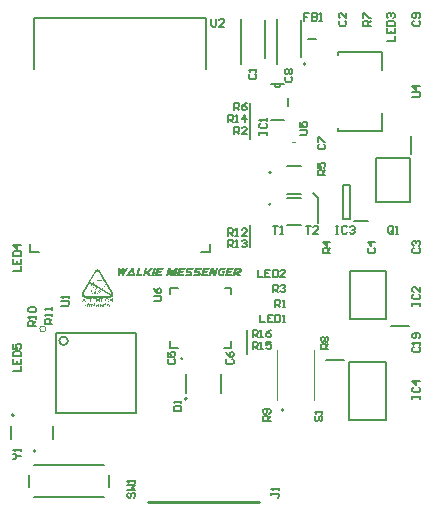
<source format=gto>
G04*
G04 #@! TF.GenerationSoftware,Altium Limited,Altium Designer,19.1.5 (86)*
G04*
G04 Layer_Color=65535*
%FSLAX25Y25*%
%MOIN*%
G70*
G01*
G75*
%ADD10C,0.00000*%
%ADD11C,0.00600*%
%ADD12C,0.00787*%
%ADD13C,0.00591*%
%ADD14C,0.00800*%
%ADD15C,0.00500*%
%ADD16C,0.01000*%
%ADD17C,0.00394*%
G36*
X48096Y77121D02*
X48895Y75747D01*
X47999D01*
X47191Y76980D01*
X46827Y75747D01*
X46028D01*
X46831Y78499D01*
X47626D01*
X47270Y77261D01*
X48644Y78499D01*
X49535D01*
X48096Y77121D01*
D02*
G37*
G36*
X39917Y76072D02*
X39904Y76045D01*
X39886Y76014D01*
X39873Y75993D01*
X39869Y75988D01*
Y75984D01*
X39842Y75944D01*
X39820Y75909D01*
X39803Y75883D01*
X39798Y75878D01*
Y75874D01*
X39777Y75839D01*
X39755Y75808D01*
X39737Y75791D01*
X39733Y75782D01*
X39711Y75760D01*
X39693Y75751D01*
X39684Y75747D01*
X39184D01*
X39171Y75751D01*
X39162Y75760D01*
X39153Y75773D01*
X39144Y75791D01*
X39131Y75839D01*
X39118Y75892D01*
X39109Y75940D01*
X39100Y75988D01*
Y76006D01*
X39096Y76019D01*
Y76028D01*
Y76032D01*
X39092Y76089D01*
X39087Y76155D01*
X39079Y76221D01*
X39074Y76295D01*
X39061Y76449D01*
X39048Y76598D01*
X39039Y76669D01*
X39035Y76734D01*
X39026Y76796D01*
X39021Y76849D01*
X39017Y76888D01*
Y76923D01*
X39013Y76941D01*
Y76950D01*
X38525Y76072D01*
X38508Y76045D01*
X38490Y76014D01*
X38477Y75993D01*
X38473Y75988D01*
Y75984D01*
X38451Y75944D01*
X38433Y75909D01*
X38416Y75883D01*
X38411Y75878D01*
Y75874D01*
X38389Y75839D01*
X38367Y75808D01*
X38350Y75791D01*
X38345Y75782D01*
X38319Y75760D01*
X38301Y75751D01*
X38288Y75747D01*
X37792D01*
X37783Y75751D01*
X37770Y75755D01*
X37757Y75773D01*
X37748Y75786D01*
X37744Y75795D01*
X37731Y75835D01*
X37722Y75874D01*
X37718Y75887D01*
Y75900D01*
X37713Y75909D01*
Y75914D01*
X37709Y75966D01*
X37704Y76019D01*
X37700Y76036D01*
Y76054D01*
Y76063D01*
Y76067D01*
Y76124D01*
Y76173D01*
Y76190D01*
Y76203D01*
Y76212D01*
Y76216D01*
Y78499D01*
X38385D01*
Y77138D01*
X39092Y78499D01*
X39733D01*
X39803Y77231D01*
X40444Y78499D01*
X41177D01*
X39917Y76072D01*
D02*
G37*
G36*
X57086Y75747D02*
X56292D01*
X56739Y77292D01*
X55611Y75747D01*
X55322D01*
X55093Y77292D01*
X54645Y75747D01*
X53846D01*
X54650Y78499D01*
X55655D01*
X55866Y77116D01*
X56884Y78499D01*
X57894D01*
X57086Y75747D01*
D02*
G37*
G36*
X70498D02*
X69488D01*
X69255Y77292D01*
X68808Y75747D01*
X68009D01*
X68812Y78499D01*
X69817D01*
X70054Y76950D01*
X70507Y78499D01*
X71297D01*
X70498Y75747D01*
D02*
G37*
G36*
X78698Y78495D02*
X78746Y78486D01*
X78786Y78473D01*
X78821Y78460D01*
X78852Y78447D01*
X78869Y78433D01*
X78883Y78425D01*
X78887Y78420D01*
X78918Y78389D01*
X78948Y78359D01*
X78970Y78324D01*
X78988Y78293D01*
X79005Y78267D01*
X79014Y78245D01*
X79023Y78227D01*
Y78223D01*
X79054Y78130D01*
X79063Y78087D01*
X79071Y78047D01*
X79080Y78016D01*
Y77986D01*
X79084Y77968D01*
Y77964D01*
X79093Y77863D01*
X79098Y77819D01*
X79102Y77784D01*
Y77749D01*
Y77727D01*
Y77709D01*
Y77705D01*
X79098Y77608D01*
X79084Y77525D01*
X79067Y77450D01*
X79049Y77384D01*
X79032Y77336D01*
X79014Y77296D01*
X79001Y77274D01*
X78997Y77266D01*
X78957Y77204D01*
X78913Y77152D01*
X78869Y77103D01*
X78825Y77064D01*
X78790Y77033D01*
X78760Y77011D01*
X78742Y76998D01*
X78733Y76993D01*
X78672Y76958D01*
X78615Y76928D01*
X78553Y76901D01*
X78501Y76884D01*
X78457Y76866D01*
X78417Y76857D01*
X78395Y76853D01*
X78391Y76849D01*
X78386D01*
X78321Y76835D01*
X78255Y76822D01*
X78193Y76809D01*
X78141Y76800D01*
X78097Y76796D01*
X78066Y76792D01*
X78044Y76787D01*
X78035D01*
X78852Y75747D01*
X77956D01*
X77105Y76730D01*
X77061Y76691D01*
X76784Y75747D01*
X75985D01*
X76789Y78499D01*
X78645D01*
X78698Y78495D01*
D02*
G37*
G36*
X76530Y78438D02*
X76499Y78376D01*
X76481Y78346D01*
X76473Y78328D01*
X76464Y78310D01*
X76459Y78306D01*
X76411Y78223D01*
X76385Y78183D01*
X76363Y78148D01*
X76345Y78122D01*
X76328Y78100D01*
X76319Y78082D01*
X76314Y78078D01*
X76262Y77999D01*
X76235Y77964D01*
X76214Y77937D01*
X76192Y77911D01*
X76178Y77893D01*
X76170Y77885D01*
X76165Y77880D01*
X76139Y77854D01*
X76117Y77832D01*
X76099Y77819D01*
X76086Y77806D01*
X76064Y77797D01*
X74778D01*
X74545Y76980D01*
X74940Y77459D01*
X75902D01*
X75300Y76756D01*
X74475D01*
X74383Y76445D01*
X75976D01*
X75972Y76436D01*
X75963Y76418D01*
X75959Y76405D01*
X75955Y76401D01*
X75946Y76379D01*
X75933Y76353D01*
X75928Y76339D01*
X75924Y76331D01*
X75911Y76304D01*
X75902Y76287D01*
X75893Y76269D01*
X75889Y76265D01*
X75880Y76247D01*
X75875Y76234D01*
X75871Y76230D01*
X75836Y76177D01*
X75805Y76129D01*
X75788Y76111D01*
X75779Y76094D01*
X75770Y76085D01*
X75766Y76080D01*
X75722Y76023D01*
X75678Y75971D01*
X75665Y75953D01*
X75652Y75935D01*
X75643Y75927D01*
X75638Y75922D01*
X75595Y75870D01*
X75559Y75830D01*
X75537Y75804D01*
X75533Y75799D01*
X75529Y75795D01*
X75516Y75777D01*
X75502Y75769D01*
X75489Y75751D01*
X75480Y75747D01*
X73386D01*
X74190Y78499D01*
X76560D01*
X76530Y78438D01*
D02*
G37*
G36*
X73935Y78490D02*
X73918Y78464D01*
X73896Y78429D01*
X73865Y78381D01*
X73830Y78324D01*
X73786Y78258D01*
X73698Y78126D01*
X73694Y78117D01*
X73676Y78095D01*
X73654Y78065D01*
X73619Y78021D01*
X73580Y77972D01*
X73531Y77915D01*
X73483Y77858D01*
X73426Y77797D01*
X72324D01*
X72306Y77792D01*
X72263Y77779D01*
X72219Y77753D01*
X72214D01*
X72210Y77744D01*
X72184Y77722D01*
X72144Y77683D01*
X72104Y77634D01*
Y77630D01*
X72096Y77621D01*
X72087Y77608D01*
X72074Y77586D01*
X72047Y77538D01*
X72012Y77472D01*
Y77468D01*
X72008Y77454D01*
X71999Y77437D01*
X71990Y77415D01*
X71968Y77358D01*
X71946Y77292D01*
Y77288D01*
X71942Y77283D01*
X71938Y77252D01*
X71929Y77217D01*
X71920Y77173D01*
Y77169D01*
Y77165D01*
X71916Y77143D01*
X71911Y77112D01*
Y77081D01*
Y77077D01*
Y77064D01*
X71916Y77042D01*
Y77015D01*
X71920Y76985D01*
X71929Y76950D01*
X71951Y76866D01*
Y76862D01*
X71960Y76849D01*
X71968Y76827D01*
X71977Y76800D01*
X72012Y76734D01*
X72052Y76664D01*
X72056Y76660D01*
X72065Y76651D01*
X72078Y76633D01*
X72096Y76612D01*
X72140Y76559D01*
X72192Y76506D01*
X72197Y76502D01*
X72205Y76497D01*
X72223Y76489D01*
X72241Y76475D01*
X72289Y76453D01*
X72320Y76449D01*
X72346Y76445D01*
X72596D01*
X72688Y76783D01*
X72223D01*
Y76787D01*
Y76792D01*
X72232Y76805D01*
X72236Y76818D01*
X72245Y76835D01*
X72258Y76862D01*
X72271Y76888D01*
X72276Y76892D01*
X72280Y76906D01*
X72289Y76923D01*
X72302Y76945D01*
X72320Y76976D01*
X72342Y77007D01*
X72385Y77081D01*
X72390Y77086D01*
X72399Y77099D01*
X72412Y77121D01*
X72429Y77152D01*
X72447Y77182D01*
X72473Y77217D01*
X72526Y77296D01*
X72530Y77301D01*
X72539Y77314D01*
X72552Y77331D01*
X72570Y77358D01*
X72614Y77411D01*
X72636Y77437D01*
X72658Y77459D01*
X73654D01*
X73136Y75747D01*
X72447D01*
X72421Y75751D01*
X72355Y75755D01*
X72276Y75760D01*
X72192Y75773D01*
X72100Y75786D01*
X72008Y75804D01*
X72004D01*
X71999Y75808D01*
X71986D01*
X71968Y75817D01*
X71920Y75830D01*
X71863Y75852D01*
X71793Y75878D01*
X71718Y75914D01*
X71644Y75953D01*
X71569Y76001D01*
X71560Y76010D01*
X71538Y76028D01*
X71503Y76058D01*
X71459Y76102D01*
X71411Y76159D01*
X71358Y76225D01*
X71305Y76300D01*
X71257Y76388D01*
Y76392D01*
X71253Y76401D01*
X71248Y76414D01*
X71240Y76432D01*
X71231Y76458D01*
X71218Y76484D01*
X71209Y76519D01*
X71200Y76559D01*
X71178Y76647D01*
X71156Y76752D01*
X71143Y76875D01*
X71139Y77007D01*
Y77011D01*
Y77020D01*
Y77033D01*
Y77051D01*
X71143Y77072D01*
Y77099D01*
X71147Y77165D01*
X71161Y77244D01*
X71174Y77327D01*
X71196Y77424D01*
X71222Y77520D01*
Y77525D01*
X71226Y77533D01*
X71231Y77547D01*
X71240Y77564D01*
X71248Y77591D01*
X71257Y77617D01*
X71284Y77683D01*
X71319Y77757D01*
X71358Y77836D01*
X71406Y77920D01*
X71459Y78003D01*
Y78008D01*
X71468Y78012D01*
X71485Y78038D01*
X71516Y78078D01*
X71560Y78130D01*
X71608Y78188D01*
X71670Y78245D01*
X71736Y78306D01*
X71806Y78359D01*
X71810D01*
X71815Y78363D01*
X71841Y78381D01*
X71881Y78403D01*
X71933Y78429D01*
X71995Y78455D01*
X72065Y78477D01*
X72144Y78495D01*
X72223Y78499D01*
X73939D01*
X73935Y78490D01*
D02*
G37*
G36*
X68553Y78438D02*
X68522Y78376D01*
X68505Y78346D01*
X68496Y78328D01*
X68487Y78310D01*
X68483Y78306D01*
X68434Y78223D01*
X68408Y78183D01*
X68386Y78148D01*
X68369Y78122D01*
X68351Y78100D01*
X68342Y78082D01*
X68338Y78078D01*
X68285Y77999D01*
X68259Y77964D01*
X68237Y77937D01*
X68215Y77911D01*
X68202Y77893D01*
X68193Y77885D01*
X68189Y77880D01*
X68162Y77854D01*
X68140Y77832D01*
X68123Y77819D01*
X68110Y77806D01*
X68088Y77797D01*
X66801D01*
X66569Y76980D01*
X66964Y77459D01*
X67925D01*
X67324Y76756D01*
X66498D01*
X66406Y76445D01*
X68000D01*
X67995Y76436D01*
X67987Y76418D01*
X67982Y76405D01*
X67978Y76401D01*
X67969Y76379D01*
X67956Y76353D01*
X67952Y76339D01*
X67947Y76331D01*
X67934Y76304D01*
X67925Y76287D01*
X67916Y76269D01*
X67912Y76265D01*
X67903Y76247D01*
X67899Y76234D01*
X67894Y76230D01*
X67859Y76177D01*
X67829Y76129D01*
X67811Y76111D01*
X67802Y76094D01*
X67793Y76085D01*
X67789Y76080D01*
X67745Y76023D01*
X67701Y75971D01*
X67688Y75953D01*
X67675Y75935D01*
X67666Y75927D01*
X67662Y75922D01*
X67618Y75870D01*
X67583Y75830D01*
X67561Y75804D01*
X67556Y75799D01*
X67552Y75795D01*
X67539Y75777D01*
X67526Y75769D01*
X67513Y75751D01*
X67504Y75747D01*
X65410D01*
X66213Y78499D01*
X68584D01*
X68553Y78438D01*
D02*
G37*
G36*
X65972Y78490D02*
X65958Y78469D01*
X65936Y78433D01*
X65910Y78389D01*
X65879Y78337D01*
X65840Y78275D01*
X65800Y78210D01*
X65756Y78144D01*
X65752Y78135D01*
X65734Y78113D01*
X65713Y78078D01*
X65677Y78034D01*
X65638Y77981D01*
X65590Y77920D01*
X65541Y77858D01*
X65484Y77792D01*
X64106D01*
X64088Y77784D01*
X64075Y77775D01*
X64058Y77757D01*
X64044Y77740D01*
X64031Y77713D01*
Y77709D01*
X64027Y77700D01*
X64022Y77687D01*
X64018Y77670D01*
X64005Y77630D01*
X64000Y77591D01*
Y77564D01*
Y77560D01*
X64005Y77551D01*
X64014Y77538D01*
X64018Y77533D01*
X64022Y77529D01*
X64040Y77511D01*
X64044Y77507D01*
X64053Y77498D01*
X64066Y77485D01*
X64088Y77472D01*
X64093Y77468D01*
X64106Y77463D01*
X64115Y77459D01*
X64123Y77454D01*
X64936D01*
X64962Y77450D01*
X64997Y77446D01*
X65032Y77432D01*
X65072Y77419D01*
X65111Y77397D01*
X65151Y77371D01*
X65155Y77367D01*
X65168Y77358D01*
X65186Y77340D01*
X65208Y77318D01*
X65230Y77288D01*
X65256Y77252D01*
X65282Y77213D01*
X65304Y77169D01*
X65309Y77165D01*
X65313Y77147D01*
X65326Y77125D01*
X65339Y77094D01*
X65353Y77055D01*
X65366Y77011D01*
X65392Y76910D01*
Y76906D01*
X65396Y76888D01*
X65401Y76857D01*
X65405Y76827D01*
X65410Y76787D01*
X65414Y76743D01*
X65418Y76651D01*
Y76616D01*
Y76612D01*
Y76594D01*
X65414Y76568D01*
Y76533D01*
X65405Y76489D01*
X65396Y76440D01*
X65388Y76388D01*
X65370Y76331D01*
Y76322D01*
X65361Y76304D01*
X65353Y76274D01*
X65335Y76238D01*
X65317Y76194D01*
X65295Y76146D01*
X65238Y76045D01*
X65234Y76041D01*
X65225Y76023D01*
X65208Y76001D01*
X65186Y75971D01*
X65155Y75935D01*
X65124Y75900D01*
X65050Y75830D01*
X65045Y75826D01*
X65032Y75817D01*
X65010Y75804D01*
X64984Y75791D01*
X64949Y75773D01*
X64914Y75760D01*
X64874Y75751D01*
X64830Y75747D01*
X62710D01*
Y75751D01*
X62714Y75755D01*
X62719Y75769D01*
X62727Y75786D01*
X62741Y75808D01*
X62758Y75835D01*
X62776Y75870D01*
X62798Y75909D01*
X62802Y75914D01*
X62811Y75931D01*
X62824Y75953D01*
X62841Y75979D01*
X62859Y76014D01*
X62881Y76054D01*
X62934Y76142D01*
X62938Y76146D01*
X62947Y76164D01*
X62960Y76186D01*
X62978Y76212D01*
X63021Y76278D01*
X63065Y76348D01*
X63070Y76353D01*
X63074Y76361D01*
X63096Y76396D01*
X63122Y76427D01*
X63131Y76436D01*
X63140Y76440D01*
X64567D01*
X64589Y76445D01*
X64615Y76458D01*
X64624Y76471D01*
X64628Y76484D01*
Y76489D01*
Y76493D01*
X64633Y76515D01*
X64637Y76546D01*
Y76585D01*
Y76616D01*
Y76651D01*
Y76660D01*
Y76677D01*
X64633Y76704D01*
X64628Y76734D01*
Y76743D01*
X64619Y76756D01*
X64606Y76770D01*
X64580Y76778D01*
X63728D01*
X63706Y76783D01*
X63676Y76787D01*
X63640Y76796D01*
X63601Y76809D01*
X63561Y76827D01*
X63522Y76853D01*
X63518Y76857D01*
X63504Y76866D01*
X63487Y76884D01*
X63465Y76906D01*
X63434Y76932D01*
X63408Y76967D01*
X63377Y77002D01*
X63351Y77046D01*
X63346Y77051D01*
X63338Y77068D01*
X63324Y77090D01*
X63311Y77125D01*
X63294Y77160D01*
X63276Y77204D01*
X63241Y77305D01*
Y77310D01*
X63237Y77331D01*
X63232Y77358D01*
X63223Y77393D01*
X63219Y77432D01*
X63210Y77481D01*
X63206Y77577D01*
Y77582D01*
Y77599D01*
X63210Y77626D01*
X63215Y77661D01*
X63219Y77705D01*
X63232Y77753D01*
X63245Y77806D01*
X63263Y77863D01*
X63267Y77871D01*
X63272Y77889D01*
X63285Y77920D01*
X63302Y77959D01*
X63324Y78003D01*
X63351Y78056D01*
X63412Y78161D01*
X63417Y78166D01*
X63430Y78188D01*
X63447Y78214D01*
X63474Y78245D01*
X63504Y78284D01*
X63539Y78324D01*
X63579Y78363D01*
X63619Y78403D01*
X63623Y78407D01*
X63640Y78416D01*
X63662Y78433D01*
X63693Y78451D01*
X63728Y78469D01*
X63768Y78486D01*
X63812Y78495D01*
X63856Y78499D01*
X65976D01*
X65972Y78490D01*
D02*
G37*
G36*
X63228D02*
X63215Y78469D01*
X63193Y78433D01*
X63166Y78389D01*
X63136Y78337D01*
X63096Y78275D01*
X63057Y78210D01*
X63013Y78144D01*
X63008Y78135D01*
X62991Y78113D01*
X62969Y78078D01*
X62934Y78034D01*
X62894Y77981D01*
X62846Y77920D01*
X62798Y77858D01*
X62741Y77792D01*
X61362D01*
X61344Y77784D01*
X61331Y77775D01*
X61314Y77757D01*
X61301Y77740D01*
X61287Y77713D01*
Y77709D01*
X61283Y77700D01*
X61279Y77687D01*
X61274Y77670D01*
X61261Y77630D01*
X61257Y77591D01*
Y77564D01*
Y77560D01*
X61261Y77551D01*
X61270Y77538D01*
X61274Y77533D01*
X61279Y77529D01*
X61296Y77511D01*
X61301Y77507D01*
X61309Y77498D01*
X61323Y77485D01*
X61344Y77472D01*
X61349Y77468D01*
X61362Y77463D01*
X61371Y77459D01*
X61380Y77454D01*
X62192D01*
X62218Y77450D01*
X62253Y77446D01*
X62288Y77432D01*
X62328Y77419D01*
X62367Y77397D01*
X62407Y77371D01*
X62411Y77367D01*
X62424Y77358D01*
X62442Y77340D01*
X62464Y77318D01*
X62486Y77288D01*
X62512Y77252D01*
X62539Y77213D01*
X62561Y77169D01*
X62565Y77165D01*
X62569Y77147D01*
X62582Y77125D01*
X62596Y77094D01*
X62609Y77055D01*
X62622Y77011D01*
X62648Y76910D01*
Y76906D01*
X62653Y76888D01*
X62657Y76857D01*
X62661Y76827D01*
X62666Y76787D01*
X62670Y76743D01*
X62675Y76651D01*
Y76616D01*
Y76612D01*
Y76594D01*
X62670Y76568D01*
Y76533D01*
X62661Y76489D01*
X62653Y76440D01*
X62644Y76388D01*
X62626Y76331D01*
Y76322D01*
X62618Y76304D01*
X62609Y76274D01*
X62591Y76238D01*
X62574Y76194D01*
X62552Y76146D01*
X62495Y76045D01*
X62490Y76041D01*
X62482Y76023D01*
X62464Y76001D01*
X62442Y75971D01*
X62411Y75935D01*
X62381Y75900D01*
X62306Y75830D01*
X62302Y75826D01*
X62288Y75817D01*
X62266Y75804D01*
X62240Y75791D01*
X62205Y75773D01*
X62170Y75760D01*
X62130Y75751D01*
X62086Y75747D01*
X59966D01*
Y75751D01*
X59970Y75755D01*
X59975Y75769D01*
X59984Y75786D01*
X59997Y75808D01*
X60014Y75835D01*
X60032Y75870D01*
X60054Y75909D01*
X60058Y75914D01*
X60067Y75931D01*
X60080Y75953D01*
X60098Y75979D01*
X60115Y76014D01*
X60137Y76054D01*
X60190Y76142D01*
X60194Y76146D01*
X60203Y76164D01*
X60216Y76186D01*
X60234Y76212D01*
X60278Y76278D01*
X60322Y76348D01*
X60326Y76353D01*
X60330Y76361D01*
X60352Y76396D01*
X60379Y76427D01*
X60387Y76436D01*
X60396Y76440D01*
X61823D01*
X61845Y76445D01*
X61871Y76458D01*
X61880Y76471D01*
X61884Y76484D01*
Y76489D01*
Y76493D01*
X61889Y76515D01*
X61893Y76546D01*
Y76585D01*
Y76616D01*
Y76651D01*
Y76660D01*
Y76677D01*
X61889Y76704D01*
X61884Y76734D01*
Y76743D01*
X61876Y76756D01*
X61863Y76770D01*
X61836Y76778D01*
X60985D01*
X60963Y76783D01*
X60932Y76787D01*
X60897Y76796D01*
X60857Y76809D01*
X60818Y76827D01*
X60778Y76853D01*
X60774Y76857D01*
X60761Y76866D01*
X60743Y76884D01*
X60721Y76906D01*
X60690Y76932D01*
X60664Y76967D01*
X60633Y77002D01*
X60607Y77046D01*
X60603Y77051D01*
X60594Y77068D01*
X60581Y77090D01*
X60567Y77125D01*
X60550Y77160D01*
X60532Y77204D01*
X60497Y77305D01*
Y77310D01*
X60493Y77331D01*
X60488Y77358D01*
X60480Y77393D01*
X60475Y77432D01*
X60466Y77481D01*
X60462Y77577D01*
Y77582D01*
Y77599D01*
X60466Y77626D01*
X60471Y77661D01*
X60475Y77705D01*
X60488Y77753D01*
X60502Y77806D01*
X60519Y77863D01*
X60524Y77871D01*
X60528Y77889D01*
X60541Y77920D01*
X60559Y77959D01*
X60581Y78003D01*
X60607Y78056D01*
X60668Y78161D01*
X60673Y78166D01*
X60686Y78188D01*
X60704Y78214D01*
X60730Y78245D01*
X60761Y78284D01*
X60796Y78324D01*
X60835Y78363D01*
X60875Y78403D01*
X60879Y78407D01*
X60897Y78416D01*
X60919Y78433D01*
X60949Y78451D01*
X60985Y78469D01*
X61024Y78486D01*
X61068Y78495D01*
X61112Y78499D01*
X63232D01*
X63228Y78490D01*
D02*
G37*
G36*
X60466Y78438D02*
X60436Y78376D01*
X60418Y78346D01*
X60409Y78328D01*
X60401Y78310D01*
X60396Y78306D01*
X60348Y78223D01*
X60322Y78183D01*
X60300Y78148D01*
X60282Y78122D01*
X60265Y78100D01*
X60256Y78082D01*
X60251Y78078D01*
X60199Y77999D01*
X60172Y77964D01*
X60150Y77937D01*
X60128Y77911D01*
X60115Y77893D01*
X60107Y77885D01*
X60102Y77880D01*
X60076Y77854D01*
X60054Y77832D01*
X60036Y77819D01*
X60023Y77806D01*
X60001Y77797D01*
X58715D01*
X58482Y76980D01*
X58877Y77459D01*
X59839D01*
X59237Y76756D01*
X58412D01*
X58320Y76445D01*
X59913D01*
X59909Y76436D01*
X59900Y76418D01*
X59896Y76405D01*
X59891Y76401D01*
X59883Y76379D01*
X59869Y76353D01*
X59865Y76339D01*
X59861Y76331D01*
X59848Y76304D01*
X59839Y76287D01*
X59830Y76269D01*
X59826Y76265D01*
X59817Y76247D01*
X59812Y76234D01*
X59808Y76230D01*
X59773Y76177D01*
X59742Y76129D01*
X59725Y76111D01*
X59716Y76094D01*
X59707Y76085D01*
X59703Y76080D01*
X59659Y76023D01*
X59615Y75971D01*
X59602Y75953D01*
X59588Y75935D01*
X59580Y75927D01*
X59575Y75922D01*
X59531Y75870D01*
X59496Y75830D01*
X59474Y75804D01*
X59470Y75799D01*
X59466Y75795D01*
X59452Y75777D01*
X59439Y75769D01*
X59426Y75751D01*
X59417Y75747D01*
X57323D01*
X58127Y78499D01*
X60497D01*
X60466Y78438D01*
D02*
G37*
G36*
X53122D02*
X53091Y78376D01*
X53074Y78346D01*
X53065Y78328D01*
X53056Y78310D01*
X53052Y78306D01*
X53004Y78223D01*
X52977Y78183D01*
X52955Y78148D01*
X52938Y78122D01*
X52920Y78100D01*
X52911Y78082D01*
X52907Y78078D01*
X52854Y77999D01*
X52828Y77964D01*
X52806Y77937D01*
X52784Y77911D01*
X52771Y77893D01*
X52762Y77885D01*
X52758Y77880D01*
X52731Y77854D01*
X52709Y77832D01*
X52692Y77819D01*
X52679Y77806D01*
X52657Y77797D01*
X51371D01*
X51138Y76980D01*
X51533Y77459D01*
X52494D01*
X51893Y76756D01*
X51068D01*
X50975Y76445D01*
X52569D01*
X52565Y76436D01*
X52556Y76418D01*
X52551Y76405D01*
X52547Y76401D01*
X52538Y76379D01*
X52525Y76353D01*
X52521Y76339D01*
X52516Y76331D01*
X52503Y76304D01*
X52494Y76287D01*
X52486Y76269D01*
X52481Y76265D01*
X52472Y76247D01*
X52468Y76234D01*
X52464Y76230D01*
X52428Y76177D01*
X52398Y76129D01*
X52380Y76111D01*
X52371Y76094D01*
X52363Y76085D01*
X52358Y76080D01*
X52314Y76023D01*
X52270Y75971D01*
X52257Y75953D01*
X52244Y75935D01*
X52235Y75927D01*
X52231Y75922D01*
X52187Y75870D01*
X52152Y75830D01*
X52130Y75804D01*
X52126Y75799D01*
X52121Y75795D01*
X52108Y75777D01*
X52095Y75769D01*
X52082Y75751D01*
X52073Y75747D01*
X49979D01*
X50782Y78499D01*
X53153D01*
X53122Y78438D01*
D02*
G37*
G36*
X49737Y75747D02*
X48938D01*
X49737Y78499D01*
X50541D01*
X49737Y75747D01*
D02*
G37*
G36*
X44698Y76445D02*
X46019D01*
X46015Y76436D01*
X46010Y76423D01*
X45997Y76410D01*
X45984Y76388D01*
X45966Y76357D01*
X45962Y76353D01*
X45958Y76339D01*
X45944Y76322D01*
X45931Y76300D01*
X45909Y76269D01*
X45887Y76234D01*
X45835Y76151D01*
X45830Y76146D01*
X45821Y76133D01*
X45804Y76107D01*
X45786Y76080D01*
X45760Y76045D01*
X45729Y76006D01*
X45668Y75918D01*
X45663Y75914D01*
X45655Y75900D01*
X45637Y75878D01*
X45620Y75852D01*
X45576Y75799D01*
X45549Y75769D01*
X45527Y75747D01*
X43701D01*
X44504Y78499D01*
X45299D01*
X44698Y76445D01*
D02*
G37*
G36*
X43038Y78495D02*
X43051Y78490D01*
X43078Y78473D01*
X43095Y78451D01*
X43100Y78447D01*
Y78442D01*
X43122Y78398D01*
X43144Y78350D01*
X43148Y78332D01*
X43152Y78315D01*
X43157Y78306D01*
Y78302D01*
X43174Y78240D01*
X43187Y78183D01*
X43192Y78161D01*
X43196Y78144D01*
X43201Y78130D01*
Y78126D01*
X43214Y78065D01*
X43227Y78016D01*
X43231Y77999D01*
Y77986D01*
X43236Y77977D01*
Y77972D01*
X43512Y75747D01*
X42770D01*
X42683Y76331D01*
X42678Y76317D01*
X42669Y76300D01*
X42647Y76260D01*
X42639Y76243D01*
X42630Y76225D01*
X42626Y76216D01*
X42621Y76212D01*
X42582Y76146D01*
X42547Y76085D01*
X42529Y76058D01*
X42520Y76041D01*
X42511Y76028D01*
X42507Y76023D01*
X42459Y75953D01*
X42437Y75922D01*
X42419Y75896D01*
X42402Y75874D01*
X42388Y75856D01*
X42384Y75848D01*
X42380Y75843D01*
X42358Y75817D01*
X42340Y75795D01*
X42323Y75777D01*
X42309Y75764D01*
X42292Y75751D01*
X42287Y75747D01*
X40527D01*
X40536Y75769D01*
X40540Y75777D01*
Y75782D01*
Y75795D01*
X42037Y78188D01*
X42046Y78214D01*
X42064Y78240D01*
X42077Y78262D01*
X42081Y78271D01*
X42112Y78310D01*
X42138Y78341D01*
X42156Y78363D01*
X42165Y78372D01*
X42195Y78407D01*
X42226Y78433D01*
X42244Y78451D01*
X42252Y78460D01*
X42283Y78482D01*
X42305Y78495D01*
X42323Y78499D01*
X43025D01*
X43038Y78495D01*
D02*
G37*
G36*
X31175Y78083D02*
X31278Y78068D01*
X31380Y78024D01*
X31512Y77980D01*
X31629Y77907D01*
X31746Y77819D01*
X31761Y77805D01*
X31790Y77775D01*
X31819Y77746D01*
X31849Y77702D01*
X31863Y77687D01*
X31878Y77658D01*
X31951Y77570D01*
X36138Y70309D01*
X36153Y70294D01*
X36168Y70250D01*
X36197Y70177D01*
X36226Y70075D01*
X36255Y69972D01*
X36270Y69840D01*
Y69694D01*
X36255Y69533D01*
Y69518D01*
X36241Y69489D01*
X36226Y69445D01*
X36211Y69387D01*
Y69372D01*
X36197Y69343D01*
X36182Y69299D01*
X36153Y69240D01*
X36138D01*
X36124Y69226D01*
X36094Y69182D01*
X36051Y69123D01*
X35992Y69035D01*
X35904Y68962D01*
X35802Y68874D01*
X35684Y68801D01*
X35538Y68742D01*
X35523D01*
X35480Y68728D01*
X35436Y68713D01*
X35348D01*
X35304Y68699D01*
X26769D01*
X26695Y68713D01*
X26593Y68728D01*
X26476Y68757D01*
X26344Y68816D01*
X26227Y68874D01*
X26095Y68977D01*
X26081Y68991D01*
X26066Y69021D01*
X25993Y69094D01*
X25978Y69108D01*
X25964Y69138D01*
X25905Y69226D01*
Y69240D01*
X25890Y69255D01*
X25876Y69299D01*
X25846Y69372D01*
X25817Y69460D01*
X25788Y69577D01*
X25759Y69694D01*
Y69840D01*
X25773Y69987D01*
Y70001D01*
X25788Y70045D01*
X25802Y70104D01*
X25817Y70133D01*
Y70148D01*
X25832Y70177D01*
X25861Y70221D01*
X25890Y70280D01*
Y70294D01*
X25905D01*
X30092Y77556D01*
Y77570D01*
X30107Y77585D01*
X30180Y77673D01*
X30268Y77790D01*
X30399Y77907D01*
X30429Y77922D01*
X30487Y77951D01*
X30502D01*
X30531Y77980D01*
X30575Y77995D01*
X30648Y78024D01*
X30824Y78068D01*
X31029Y78097D01*
X31102D01*
X31175Y78083D01*
D02*
G37*
G36*
X36138Y67191D02*
X35963D01*
X35260Y68245D01*
Y67191D01*
X35099D01*
Y68523D01*
X35275D01*
X35977Y67483D01*
Y68523D01*
X36138D01*
Y67191D01*
D02*
G37*
G36*
X31702D02*
X31527D01*
X30824Y68245D01*
Y67191D01*
X30663D01*
Y68523D01*
X30839D01*
X31541Y67483D01*
Y68523D01*
X31702D01*
Y67191D01*
D02*
G37*
G36*
X33342D02*
X33166D01*
Y68523D01*
X33342D01*
Y67191D01*
D02*
G37*
G36*
X32961Y68362D02*
X32522D01*
Y67191D01*
X32332D01*
Y68362D01*
X31893D01*
Y68523D01*
X32961D01*
Y68362D01*
D02*
G37*
G36*
X30385D02*
X29594D01*
Y67952D01*
X30341D01*
Y67805D01*
X29594D01*
Y67352D01*
X30414D01*
Y67191D01*
X29419D01*
Y68523D01*
X30385D01*
Y68362D01*
D02*
G37*
G36*
X29243D02*
X28804D01*
Y67191D01*
X28628D01*
Y68362D01*
X28189D01*
Y68523D01*
X29243D01*
Y68362D01*
D02*
G37*
G36*
X28101D02*
X27662D01*
Y67191D01*
X27486D01*
Y68362D01*
X27047D01*
Y68523D01*
X28101D01*
Y68362D01*
D02*
G37*
G36*
X27149Y67191D02*
X26944D01*
X26783Y67601D01*
X26227D01*
X26081Y67191D01*
X25905D01*
X26417Y68523D01*
X26608D01*
X27149Y67191D01*
D02*
G37*
G36*
X34352Y68537D02*
X34455Y68523D01*
X34572Y68464D01*
X34601Y68450D01*
X34660Y68406D01*
X34733Y68318D01*
X34791Y68215D01*
X34806Y68186D01*
X34835Y68113D01*
X34850Y67996D01*
X34865Y67849D01*
Y67835D01*
Y67820D01*
X34850Y67732D01*
X34835Y67615D01*
X34791Y67498D01*
X34777Y67469D01*
X34733Y67410D01*
X34660Y67322D01*
X34557Y67249D01*
X34528Y67234D01*
X34469Y67220D01*
X34367Y67191D01*
X34235Y67176D01*
X34206D01*
X34118Y67191D01*
X34016Y67220D01*
X33898Y67264D01*
X33869Y67278D01*
X33811Y67322D01*
X33737Y67410D01*
X33679Y67513D01*
X33664Y67542D01*
X33635Y67615D01*
X33606Y67718D01*
X33591Y67849D01*
Y67864D01*
Y67908D01*
X33606Y67967D01*
X33620Y68040D01*
X33679Y68201D01*
X33723Y68289D01*
X33781Y68362D01*
X33796Y68376D01*
X33811Y68391D01*
X33854Y68420D01*
X33898Y68464D01*
X34045Y68523D01*
X34133Y68537D01*
X34235Y68552D01*
X34264D01*
X34352Y68537D01*
D02*
G37*
G36*
X34674Y66971D02*
X34718Y66942D01*
X34733Y66927D01*
X34762Y66898D01*
X34791Y66854D01*
X34821Y66795D01*
X34733Y66781D01*
Y66795D01*
X34718Y66825D01*
X34689Y66854D01*
X34660Y66883D01*
X34630Y66898D01*
X34557Y66912D01*
X34513D01*
X34425Y66883D01*
X34411D01*
X34396Y66854D01*
X34367Y66825D01*
X34352Y66781D01*
Y66766D01*
X34338Y66737D01*
X34323Y66649D01*
Y66634D01*
Y66605D01*
X34352Y66502D01*
Y66488D01*
X34367Y66473D01*
X34425Y66415D01*
X34469D01*
X34543Y66400D01*
X34587D01*
X34674Y66429D01*
X34689D01*
X34704Y66459D01*
X34718Y66488D01*
X34733Y66546D01*
X34821Y66532D01*
Y66517D01*
X34806Y66473D01*
X34777Y66415D01*
X34733Y66385D01*
X34718Y66371D01*
X34689Y66356D01*
X34630Y66341D01*
X34557Y66327D01*
X34499D01*
X34440Y66341D01*
X34381Y66371D01*
X34367D01*
X34338Y66400D01*
X34308Y66429D01*
X34279Y66473D01*
Y66488D01*
X34264Y66532D01*
X34250Y66590D01*
X34235Y66649D01*
Y66663D01*
Y66707D01*
X34250Y66766D01*
X34279Y66839D01*
Y66854D01*
X34308Y66883D01*
X34338Y66927D01*
X34396Y66956D01*
X34411D01*
X34440Y66971D01*
X34499Y66986D01*
X34616D01*
X34674Y66971D01*
D02*
G37*
G36*
X32127D02*
X32142D01*
X32156Y66956D01*
X32215Y66898D01*
X32229Y66869D01*
X32244Y66795D01*
X32171Y66781D01*
Y66795D01*
X32156Y66825D01*
X32142Y66854D01*
X32112Y66883D01*
X32083Y66898D01*
X32054Y66912D01*
X31951D01*
X31922Y66898D01*
X31893Y66883D01*
X31878Y66869D01*
X31863Y66839D01*
X31849Y66810D01*
Y66795D01*
X31878Y66751D01*
X31907Y66737D01*
X31951Y66722D01*
X32010Y66707D01*
X32024D01*
X32068Y66693D01*
X32112Y66678D01*
X32156Y66663D01*
X32171D01*
X32186Y66649D01*
X32244Y66590D01*
X32259Y66576D01*
X32273Y66502D01*
Y66473D01*
X32244Y66400D01*
X32215Y66385D01*
X32156Y66356D01*
X32142D01*
X32112Y66341D01*
X32024Y66327D01*
X31981D01*
X31878Y66356D01*
X31863D01*
X31849Y66371D01*
X31776Y66415D01*
Y66429D01*
X31761Y66444D01*
X31746Y66532D01*
X31819D01*
Y66502D01*
X31849Y66459D01*
X31863Y66444D01*
X31893Y66429D01*
X31922Y66400D01*
X32112D01*
X32127Y66415D01*
X32171Y66444D01*
X32186Y66459D01*
Y66488D01*
Y66502D01*
Y66517D01*
X32171Y66546D01*
X32156Y66561D01*
X32112Y66590D01*
X32083D01*
X32054Y66605D01*
X31995Y66620D01*
X31981D01*
X31937Y66634D01*
X31893Y66649D01*
X31863Y66663D01*
X31849D01*
X31834Y66678D01*
X31805Y66707D01*
X31790Y66722D01*
Y66737D01*
X31776Y66751D01*
X31761Y66810D01*
Y66825D01*
Y66839D01*
X31790Y66898D01*
Y66912D01*
X31819Y66927D01*
X31878Y66971D01*
X31893D01*
X31922Y66986D01*
X32039D01*
X32127Y66971D01*
D02*
G37*
G36*
X29536D02*
X29594Y66942D01*
X29609Y66927D01*
X29638Y66898D01*
X29667Y66854D01*
X29682Y66795D01*
X29609Y66781D01*
Y66795D01*
X29594Y66825D01*
X29565Y66854D01*
X29536Y66883D01*
X29506Y66898D01*
X29433Y66912D01*
X29389D01*
X29345Y66898D01*
X29301Y66883D01*
X29287D01*
X29272Y66854D01*
X29243Y66825D01*
X29228Y66781D01*
Y66766D01*
X29214Y66737D01*
X29199Y66649D01*
Y66634D01*
Y66605D01*
X29228Y66502D01*
Y66488D01*
X29243Y66473D01*
X29301Y66415D01*
X29345D01*
X29419Y66400D01*
X29463D01*
X29506Y66415D01*
X29536Y66429D01*
X29550D01*
X29565Y66459D01*
X29594Y66488D01*
X29609Y66546D01*
X29697Y66532D01*
Y66517D01*
X29682Y66473D01*
X29653Y66415D01*
X29609Y66385D01*
X29594Y66371D01*
X29550Y66356D01*
X29492Y66341D01*
X29433Y66327D01*
X29360D01*
X29301Y66341D01*
X29243Y66371D01*
X29228D01*
X29214Y66400D01*
X29170Y66429D01*
X29140Y66473D01*
Y66488D01*
X29126Y66532D01*
X29111Y66649D01*
Y66663D01*
Y66707D01*
X29126Y66766D01*
X29155Y66839D01*
Y66854D01*
X29184Y66883D01*
X29214Y66927D01*
X29272Y66956D01*
X29287D01*
X29316Y66971D01*
X29360Y66986D01*
X29492D01*
X29536Y66971D01*
D02*
G37*
G36*
X34103Y66327D02*
X34016D01*
Y66986D01*
X34103D01*
Y66327D01*
D02*
G37*
G36*
X33913Y66898D02*
X33693D01*
Y66327D01*
X33606D01*
Y66898D01*
X33386D01*
Y66986D01*
X33913D01*
Y66898D01*
D02*
G37*
G36*
X33445Y66327D02*
X33342D01*
X33254Y66517D01*
X32976D01*
X32903Y66327D01*
X32815D01*
X33064Y66986D01*
X33166D01*
X33445Y66327D01*
D02*
G37*
G36*
X32859Y66898D02*
X32639D01*
Y66327D01*
X32552D01*
Y66898D01*
X32332D01*
Y66986D01*
X32859D01*
Y66898D01*
D02*
G37*
G36*
X31453Y66971D02*
X31512Y66942D01*
X31527D01*
X31541Y66912D01*
X31585Y66883D01*
X31615Y66825D01*
X31629Y66810D01*
X31644Y66781D01*
X31659Y66722D01*
Y66649D01*
Y66634D01*
Y66590D01*
X31644Y66532D01*
X31615Y66473D01*
X31600Y66459D01*
X31585Y66429D01*
X31497Y66356D01*
X31483D01*
X31453Y66341D01*
X31395Y66327D01*
X31278D01*
X31219Y66341D01*
X31175Y66371D01*
X31161D01*
X31131Y66400D01*
X31087Y66429D01*
X31058Y66473D01*
Y66488D01*
X31044Y66517D01*
X31029Y66576D01*
Y66634D01*
Y66649D01*
Y66663D01*
X31044Y66737D01*
X31058Y66825D01*
X31102Y66898D01*
X31117Y66912D01*
X31175Y66942D01*
X31249Y66971D01*
X31336Y66986D01*
X31395D01*
X31453Y66971D01*
D02*
G37*
G36*
X30809D02*
X30824D01*
X30839Y66956D01*
X30883Y66898D01*
X30897Y66869D01*
X30912Y66795D01*
Y66781D01*
Y66751D01*
X30897Y66722D01*
X30868Y66678D01*
X30853D01*
X30839Y66649D01*
X30795Y66634D01*
X30722Y66620D01*
X30736Y66605D01*
X30780Y66590D01*
X30795Y66561D01*
X30853Y66502D01*
X30970Y66327D01*
X30853D01*
X30765Y66459D01*
Y66473D01*
X30736Y66502D01*
X30722Y66532D01*
X30707Y66546D01*
Y66561D01*
X30692Y66576D01*
X30678Y66590D01*
X30663D01*
X30648Y66605D01*
X30473D01*
Y66327D01*
X30385D01*
Y66986D01*
X30722D01*
X30809Y66971D01*
D02*
G37*
G36*
X30282Y66898D02*
X30063D01*
Y66327D01*
X29975D01*
Y66898D01*
X29755D01*
Y66986D01*
X30282D01*
Y66898D01*
D02*
G37*
G36*
X28994D02*
X28613D01*
Y66693D01*
X28979D01*
Y66620D01*
X28613D01*
Y66400D01*
X29023D01*
Y66327D01*
X28526D01*
Y66986D01*
X28994D01*
Y66898D01*
D02*
G37*
G36*
X28086Y66400D02*
X28408D01*
Y66327D01*
X27999D01*
Y66986D01*
X28086D01*
Y66400D01*
D02*
G37*
G36*
X27867Y66898D02*
X27471D01*
Y66693D01*
X27837D01*
Y66620D01*
X27471D01*
Y66400D01*
X27881D01*
Y66327D01*
X27384D01*
Y66986D01*
X27867D01*
Y66898D01*
D02*
G37*
G36*
X29140Y66078D02*
X29155D01*
X29170Y66063D01*
X29228Y66019D01*
Y66005D01*
X29243Y65990D01*
X29258Y65902D01*
X29184D01*
Y65917D01*
X29170Y65946D01*
X29155Y65975D01*
X29140Y65990D01*
X29126Y66005D01*
X29111Y66019D01*
X29067Y66034D01*
X28979D01*
X28935Y66019D01*
X28906Y66005D01*
X28892Y65990D01*
X28877Y65961D01*
X28862Y65931D01*
Y65902D01*
X28892Y65873D01*
X28921Y65858D01*
X28965Y65844D01*
X29023Y65829D01*
X29038D01*
X29067Y65814D01*
X29170Y65785D01*
X29184D01*
X29199Y65771D01*
X29258Y65712D01*
X29272Y65683D01*
X29287Y65624D01*
Y65609D01*
Y65595D01*
X29258Y65522D01*
Y65507D01*
X29228Y65492D01*
X29199Y65463D01*
X29170Y65448D01*
X29155D01*
X29126Y65434D01*
X29038Y65419D01*
X28994D01*
X28892Y65448D01*
X28877D01*
X28848Y65463D01*
X28818Y65492D01*
X28789Y65522D01*
Y65536D01*
X28774Y65566D01*
X28760Y65639D01*
X28833Y65653D01*
X28848Y65624D01*
X28862Y65566D01*
X28877Y65551D01*
X28906Y65536D01*
X28935Y65522D01*
X28950D01*
X28965Y65507D01*
X29038Y65492D01*
X29067D01*
X29126Y65507D01*
X29140Y65522D01*
X29184Y65551D01*
X29199Y65566D01*
Y65609D01*
Y65624D01*
X29184Y65668D01*
X29170Y65683D01*
X29126Y65697D01*
X29111D01*
X29082Y65712D01*
X28994Y65741D01*
X28979D01*
X28950Y65756D01*
X28906D01*
X28877Y65771D01*
X28862D01*
X28848Y65785D01*
X28818Y65814D01*
X28804Y65844D01*
X28789Y65858D01*
X28774Y65917D01*
Y65931D01*
Y65946D01*
X28804Y66019D01*
Y66034D01*
X28833Y66049D01*
X28892Y66078D01*
X28906D01*
X28935Y66093D01*
X29009Y66107D01*
X29053D01*
X29140Y66078D01*
D02*
G37*
G36*
X27237D02*
X27252D01*
X27266Y66063D01*
X27325Y66019D01*
Y66005D01*
X27340Y65990D01*
X27354Y65902D01*
X27266D01*
Y65917D01*
Y65931D01*
X27252Y65961D01*
X27223Y65990D01*
X27208Y66005D01*
X27193Y66019D01*
X27149Y66034D01*
X27062D01*
X27018Y66019D01*
X26988Y66005D01*
X26974Y65990D01*
X26959Y65931D01*
Y65917D01*
X26974Y65873D01*
X27003Y65858D01*
X27047Y65844D01*
X27105Y65829D01*
X27120D01*
X27164Y65814D01*
X27208Y65800D01*
X27252Y65785D01*
X27266D01*
X27281Y65771D01*
X27340Y65712D01*
X27354Y65683D01*
X27369Y65624D01*
Y65609D01*
Y65595D01*
X27340Y65522D01*
X27325Y65492D01*
X27252Y65448D01*
X27237D01*
X27223Y65434D01*
X27135Y65419D01*
X27076D01*
X26974Y65448D01*
X26959D01*
X26944Y65463D01*
X26915Y65492D01*
X26886Y65522D01*
Y65536D01*
X26871Y65566D01*
X26857Y65595D01*
X26842Y65639D01*
X26930Y65653D01*
Y65639D01*
Y65624D01*
X26959Y65566D01*
X26974Y65551D01*
X27018Y65522D01*
X27032D01*
X27047Y65507D01*
X27120Y65492D01*
X27149D01*
X27208Y65507D01*
X27223D01*
X27237Y65522D01*
X27266Y65551D01*
X27281Y65566D01*
X27296Y65609D01*
Y65624D01*
X27266Y65668D01*
X27252Y65683D01*
X27208Y65697D01*
X27193D01*
X27179Y65712D01*
X27091Y65741D01*
X27076D01*
X27047Y65756D01*
X27003D01*
X26959Y65771D01*
X26930Y65785D01*
X26886Y65844D01*
Y65858D01*
X26871Y65917D01*
Y65931D01*
Y65946D01*
X26901Y66019D01*
Y66034D01*
X26930Y66049D01*
X26988Y66078D01*
X27003D01*
X27032Y66093D01*
X27105Y66107D01*
X27149D01*
X27237Y66078D01*
D02*
G37*
G36*
X34557Y66093D02*
X34601Y66063D01*
X34616Y66049D01*
X34645Y66019D01*
X34674Y65975D01*
X34704Y65917D01*
X34616Y65888D01*
Y65902D01*
X34601Y65931D01*
X34587Y65975D01*
X34557Y66005D01*
X34543D01*
X34528Y66019D01*
X34440Y66034D01*
X34396D01*
X34352Y66019D01*
X34308Y65990D01*
X34294D01*
X34279Y65975D01*
X34250Y65946D01*
X34235Y65902D01*
Y65888D01*
Y65858D01*
X34220Y65771D01*
Y65756D01*
Y65727D01*
X34250Y65624D01*
Y65609D01*
X34264Y65580D01*
X34294Y65551D01*
X34323Y65522D01*
X34338D01*
X34352Y65507D01*
X34425Y65492D01*
X34469D01*
X34513Y65507D01*
X34557Y65536D01*
X34572Y65551D01*
X34587Y65566D01*
X34601Y65609D01*
X34630Y65668D01*
X34718Y65639D01*
Y65624D01*
X34689Y65580D01*
X34660Y65522D01*
X34616Y65478D01*
X34601Y65463D01*
X34572Y65448D01*
X34513Y65434D01*
X34440Y65419D01*
X34381D01*
X34323Y65434D01*
X34264Y65463D01*
X34250Y65478D01*
X34220Y65492D01*
X34191Y65536D01*
X34162Y65595D01*
Y65609D01*
X34147Y65639D01*
X34133Y65697D01*
Y65771D01*
Y65785D01*
Y65829D01*
X34162Y65946D01*
X34177Y65961D01*
X34191Y65990D01*
X34279Y66063D01*
X34294Y66078D01*
X34323Y66093D01*
X34381Y66107D01*
X34499D01*
X34557Y66093D01*
D02*
G37*
G36*
X28643Y65434D02*
X28555D01*
X28203Y65946D01*
Y65434D01*
X28116D01*
Y66093D01*
X28203D01*
X28555Y65580D01*
Y66093D01*
X28643D01*
Y65434D01*
D02*
G37*
G36*
X33562D02*
X33459D01*
X33210Y66093D01*
X33298D01*
X33474Y65609D01*
Y65595D01*
X33489Y65566D01*
X33503Y65536D01*
Y65522D01*
X33518Y65536D01*
X33547Y65609D01*
X33723Y66093D01*
X33811D01*
X33562Y65434D01*
D02*
G37*
G36*
X30765D02*
X30678D01*
X30414Y66093D01*
X30517D01*
X30692Y65609D01*
Y65595D01*
X30707Y65566D01*
X30722Y65507D01*
Y65522D01*
X30736Y65536D01*
X30765Y65609D01*
X30941Y66093D01*
X31029D01*
X30765Y65434D01*
D02*
G37*
G36*
X35304Y66019D02*
X34909D01*
Y65814D01*
X35289D01*
Y65727D01*
X34909D01*
Y65507D01*
X35318D01*
Y65434D01*
X34821D01*
Y66093D01*
X35304D01*
Y66019D01*
D02*
G37*
G36*
X34001Y65434D02*
X33913D01*
Y66093D01*
X34001D01*
Y65434D01*
D02*
G37*
G36*
X33137Y66019D02*
X32742D01*
Y65814D01*
X33108D01*
Y65727D01*
X32742D01*
Y65507D01*
X33152D01*
Y65434D01*
X32654D01*
Y66093D01*
X33137D01*
Y66019D01*
D02*
G37*
G36*
X32361Y66078D02*
X32434Y66034D01*
X32449Y66019D01*
X32464Y66005D01*
X32508Y65917D01*
Y65902D01*
X32522Y65873D01*
X32537Y65829D01*
Y65771D01*
Y65756D01*
Y65727D01*
Y65683D01*
X32522Y65639D01*
Y65624D01*
X32508Y65609D01*
X32478Y65536D01*
X32449Y65507D01*
X32405Y65478D01*
X32390Y65463D01*
X32332Y65434D01*
X31981D01*
Y66093D01*
X32347D01*
X32361Y66078D01*
D02*
G37*
G36*
X31585Y66019D02*
X31190D01*
Y65814D01*
X31556D01*
Y65727D01*
X31190D01*
Y65507D01*
X31600D01*
Y65434D01*
X31102D01*
Y66093D01*
X31585D01*
Y66019D01*
D02*
G37*
G36*
X30341Y65434D02*
X30238D01*
Y66093D01*
X30341D01*
Y65434D01*
D02*
G37*
G36*
X30136Y66019D02*
X29916D01*
Y65434D01*
X29829D01*
Y66019D01*
X29609D01*
Y66093D01*
X30136D01*
Y66019D01*
D02*
G37*
G36*
X29506Y65434D02*
X29419D01*
Y66093D01*
X29506D01*
Y65434D01*
D02*
G37*
G36*
X27969Y66019D02*
X27589D01*
Y65814D01*
X27955D01*
Y65727D01*
X27589D01*
Y65507D01*
X27999D01*
Y65434D01*
X27501D01*
Y66093D01*
X27969D01*
Y66019D01*
D02*
G37*
%LPC*%
G36*
X78228Y77801D02*
X77381D01*
X77148Y76993D01*
X77513Y77454D01*
X78176D01*
X78198Y77459D01*
X78215Y77468D01*
X78242Y77490D01*
X78259Y77516D01*
X78264Y77520D01*
Y77525D01*
X78281Y77573D01*
X78286Y77612D01*
X78290Y77639D01*
Y77643D01*
Y77648D01*
Y77705D01*
Y77731D01*
X78286Y77753D01*
X78281Y77766D01*
Y77771D01*
X78268Y77788D01*
X78246Y77797D01*
X78228Y77801D01*
D02*
G37*
G36*
X42533Y77661D02*
X41840Y76493D01*
Y76440D01*
X42683D01*
X42533Y77661D01*
D02*
G37*
G36*
X31029Y77395D02*
X31000D01*
X30926Y77380D01*
X30839Y77365D01*
X30736Y77307D01*
X30722Y77292D01*
X30707D01*
X30692Y77277D01*
X30678Y77263D01*
X30634Y77234D01*
X30575Y77160D01*
X30517Y77087D01*
X28643Y73837D01*
X29258Y73486D01*
X29272Y73500D01*
X29301Y73530D01*
X29360Y73588D01*
X29448Y73661D01*
X29463Y73676D01*
X29506Y73705D01*
X29580Y73764D01*
X29682Y73837D01*
X29697Y73852D01*
X29726Y73866D01*
X29741D01*
X29755Y73881D01*
X29814Y73910D01*
X29843Y73925D01*
X29887Y73954D01*
X29960Y73998D01*
X30004Y74027D01*
X30019Y74042D01*
X30063Y74071D01*
X30136Y74115D01*
X30224Y74174D01*
X30429Y74306D01*
X30546Y74349D01*
X30648Y74393D01*
X30663D01*
X30707Y74408D01*
X30765Y74423D01*
X30853Y74437D01*
X30970Y74467D01*
X31087Y74481D01*
X31702D01*
X31849Y74467D01*
X32083D01*
X32142Y74481D01*
X32273Y74496D01*
X32420Y74540D01*
X32888Y74730D01*
X31527Y77102D01*
X31512D01*
X31497Y77117D01*
X31468Y77175D01*
Y77190D01*
X31453Y77204D01*
X31410Y77234D01*
X31380Y77263D01*
X31307Y77307D01*
X31175Y77351D01*
X31029Y77380D01*
Y77395D01*
D02*
G37*
G36*
X32961Y74598D02*
X32478Y74408D01*
X32464D01*
X32434Y74393D01*
X32390Y74379D01*
X32347Y74364D01*
X32200Y74320D01*
X32024Y74306D01*
X31732D01*
X31556Y74320D01*
X31527D01*
X31453Y74335D01*
X31131D01*
X30926Y74306D01*
X30707Y74247D01*
X30692D01*
X30663Y74232D01*
X30604Y74203D01*
X30531Y74174D01*
X30443Y74130D01*
X30341Y74071D01*
X30224Y73998D01*
X30092Y73910D01*
X30077Y73896D01*
X30048Y73881D01*
X29975Y73837D01*
X29887Y73779D01*
X29858Y73764D01*
X29829Y73749D01*
X29770Y73705D01*
X29755Y73691D01*
X29697Y73661D01*
X29623Y73603D01*
X29536Y73544D01*
X29521Y73530D01*
X29492Y73500D01*
X29389Y73413D01*
X32390Y71670D01*
X32405D01*
X32434Y71685D01*
X32493Y71714D01*
X32581Y71758D01*
X32669Y71817D01*
X32786Y71905D01*
X32917Y72007D01*
X33049Y72139D01*
X33064Y72154D01*
X33079Y72168D01*
X33152Y72241D01*
X33166Y72256D01*
X33181Y72271D01*
X33240Y72344D01*
X33254Y72359D01*
X33269Y72402D01*
X33313Y72476D01*
X33357Y72607D01*
Y72622D01*
X33371Y72637D01*
X33401Y72710D01*
X33430Y72812D01*
X33474Y72900D01*
X33489Y72929D01*
X33532Y72973D01*
X33591Y73061D01*
X33650Y73134D01*
X33664Y73149D01*
X33693Y73164D01*
X33767Y73222D01*
X32961Y74598D01*
D02*
G37*
G36*
X30809Y72051D02*
Y72036D01*
X30795Y72022D01*
Y71978D01*
Y71949D01*
Y71934D01*
Y71905D01*
X30824Y71817D01*
X30839Y71788D01*
X30853Y71773D01*
X30868Y71729D01*
X30897Y71685D01*
X30926Y71641D01*
X30956Y71656D01*
X31014Y71714D01*
X31087Y71773D01*
X31175Y71831D01*
X30809Y72051D01*
D02*
G37*
G36*
X30399Y72285D02*
Y72271D01*
X30370Y72256D01*
X30341Y72168D01*
Y72154D01*
Y72124D01*
X30326Y72022D01*
Y72007D01*
Y71978D01*
Y71905D01*
Y71817D01*
Y71788D01*
Y71773D01*
Y71744D01*
Y71685D01*
Y71612D01*
X30341Y71553D01*
Y71539D01*
X30356Y71495D01*
X30370Y71465D01*
X30385Y71436D01*
X30399Y71421D01*
X30414Y71378D01*
X30443Y71319D01*
X30487Y71231D01*
X30502Y71246D01*
X30517Y71260D01*
X30531Y71275D01*
X30546Y71290D01*
X30560Y71319D01*
X30619Y71378D01*
X30707Y71451D01*
X30795Y71539D01*
Y71553D01*
X30765Y71583D01*
X30736Y71641D01*
X30692Y71729D01*
X30678Y71758D01*
Y71773D01*
X30663Y71817D01*
X30648Y71875D01*
X30634Y71949D01*
Y71963D01*
Y72007D01*
X30648Y72066D01*
X30663Y72139D01*
X30399Y72285D01*
D02*
G37*
G36*
X30033Y72505D02*
Y72490D01*
X30004Y72432D01*
X29960Y72344D01*
X29902Y72227D01*
X29887Y72212D01*
X29858Y72154D01*
X29829Y72095D01*
X29799Y72036D01*
Y72022D01*
Y71978D01*
X29814Y71875D01*
X29829Y71817D01*
X29858Y71729D01*
Y71714D01*
X29872Y71685D01*
X29902Y71597D01*
X29931Y71480D01*
Y71378D01*
Y71348D01*
X29916Y71290D01*
X29902Y71202D01*
Y71099D01*
Y71070D01*
X29916Y71056D01*
Y71041D01*
X29931D01*
X29946Y71026D01*
X29960D01*
Y71012D01*
X30004Y70997D01*
X30019D01*
X30033Y70982D01*
X30048Y70968D01*
Y70953D01*
X30077Y70938D01*
X30107Y70909D01*
X30151Y70880D01*
X30165D01*
X30180Y70865D01*
X30238Y70821D01*
X30253Y70851D01*
X30282Y70909D01*
X30326Y70997D01*
X30399Y71099D01*
X30385Y71129D01*
X30356Y71187D01*
X30297Y71275D01*
X30253Y71378D01*
Y71392D01*
X30238Y71407D01*
X30224Y71436D01*
X30209D01*
Y71451D01*
Y71465D01*
X30195Y71509D01*
Y71524D01*
Y71539D01*
X30180Y71583D01*
X30165Y71656D01*
Y71773D01*
Y71788D01*
Y71817D01*
Y71890D01*
Y71905D01*
Y71934D01*
Y72022D01*
Y72036D01*
Y72080D01*
X30180Y72139D01*
X30195Y72212D01*
Y72227D01*
X30209Y72271D01*
X30238Y72315D01*
X30268Y72373D01*
X30033Y72505D01*
D02*
G37*
G36*
X31761Y71114D02*
X31746D01*
X31732Y71099D01*
X31688Y71070D01*
X31629Y71041D01*
X31585Y70997D01*
X31571Y70982D01*
X31527Y70953D01*
X31483Y70880D01*
X31424Y70792D01*
X31410Y70777D01*
Y70763D01*
X31395Y70748D01*
X31410D01*
X31424Y70733D01*
X31497Y70704D01*
X31527D01*
X31585Y70689D01*
X31673Y70675D01*
X31790Y70660D01*
X31849D01*
X31907Y70675D01*
X31937Y70704D01*
X31951D01*
Y70719D01*
X31966Y70763D01*
X31981Y70807D01*
Y70851D01*
Y70865D01*
Y70880D01*
X31951Y70924D01*
Y70938D01*
X31937D01*
Y70953D01*
Y70968D01*
X31907Y70982D01*
X31863Y71041D01*
X31790Y71085D01*
X31761Y71114D01*
D02*
G37*
G36*
X31322Y71758D02*
X31293Y71744D01*
X31234Y71685D01*
X31131Y71612D01*
X31000Y71509D01*
X30985D01*
X30970Y71480D01*
X30897Y71421D01*
X30780Y71319D01*
X30663Y71187D01*
X30648Y71173D01*
X30604Y71129D01*
X30546Y71056D01*
X30487Y70953D01*
X30429Y70836D01*
X30370Y70719D01*
X30326Y70587D01*
X30313Y70472D01*
X30312Y70470D01*
Y70455D01*
X30313Y70472D01*
X30326Y70485D01*
X30356Y70543D01*
X30370Y70558D01*
X30414Y70587D01*
X30473Y70631D01*
X30560Y70660D01*
X30575D01*
X30590Y70675D01*
X30634D01*
X30648Y70689D01*
X30663D01*
X30692Y70704D01*
X30722D01*
X30809Y70719D01*
X31000D01*
X31014Y70704D01*
X31073Y70689D01*
X31117D01*
X31205Y70660D01*
Y70675D01*
X31219Y70689D01*
Y70719D01*
Y70733D01*
X31234Y70763D01*
X31249Y70807D01*
X31278Y70865D01*
Y70880D01*
X31293Y70894D01*
X31336Y70953D01*
X31410Y71041D01*
X31497Y71129D01*
X31512D01*
X31527Y71158D01*
X31585Y71187D01*
X31673Y71246D01*
X31688D01*
X31702Y71260D01*
X31761Y71304D01*
X31834Y71363D01*
X31907Y71421D01*
X31322Y71758D01*
D02*
G37*
G36*
X31351Y70602D02*
X31336Y70587D01*
X31322Y70543D01*
Y70529D01*
X31307Y70470D01*
X31278Y70382D01*
X31219Y70294D01*
X31234Y70280D01*
X31263Y70265D01*
X31322Y70236D01*
X31395Y70221D01*
X31439D01*
X31483Y70236D01*
X31527Y70265D01*
X31541Y70280D01*
X31556Y70294D01*
Y70309D01*
X31571Y70323D01*
Y70353D01*
Y70367D01*
Y70411D01*
Y70470D01*
X31527Y70543D01*
X31497Y70558D01*
X31439D01*
X31410Y70572D01*
X31380Y70587D01*
X31351Y70602D01*
D02*
G37*
G36*
X29096Y73047D02*
Y73017D01*
X29067Y72929D01*
X29023Y72798D01*
X28935Y72622D01*
Y72607D01*
X28921Y72593D01*
X28892Y72519D01*
X28862Y72432D01*
X28833Y72359D01*
Y72329D01*
Y72300D01*
Y72256D01*
Y72197D01*
X28848Y72110D01*
X28862Y72022D01*
X28892Y71905D01*
Y71890D01*
X28906Y71861D01*
X28921Y71817D01*
X28935Y71773D01*
Y71758D01*
Y71729D01*
X28950Y71656D01*
X28979Y71539D01*
X28994Y71363D01*
Y71348D01*
Y71334D01*
X29009Y71231D01*
X29038Y71129D01*
X29053Y71012D01*
X29067Y70997D01*
X29082Y70938D01*
X29126Y70851D01*
X29170Y70748D01*
X29184Y70733D01*
X29199Y70689D01*
X29214Y70631D01*
X29228Y70572D01*
X29243D01*
X29258Y70587D01*
X29272D01*
X29287Y70602D01*
X29360D01*
X29448Y70572D01*
X29506Y70543D01*
X29550Y70514D01*
X29609Y70455D01*
X29653Y70382D01*
X29667Y70367D01*
X29697Y70323D01*
X29711Y70309D01*
X29726Y70280D01*
X29770Y70192D01*
Y70162D01*
Y70104D01*
Y70075D01*
Y70031D01*
X29785Y70045D01*
X29799Y70060D01*
X29814Y70075D01*
X29858Y70133D01*
X29902Y70206D01*
X29931Y70294D01*
Y70323D01*
Y70353D01*
X29916Y70397D01*
Y70470D01*
X29887Y70558D01*
X29858Y70660D01*
X29814Y70807D01*
Y70821D01*
X29799Y70851D01*
X29785Y70909D01*
Y70938D01*
X29770Y70997D01*
Y71012D01*
X29755Y71041D01*
Y71056D01*
Y71085D01*
Y71099D01*
Y71114D01*
Y71187D01*
Y71304D01*
X29770Y71421D01*
Y71436D01*
Y71465D01*
X29755Y71539D01*
X29741Y71597D01*
X29711Y71670D01*
Y71685D01*
X29697Y71714D01*
X29682Y71758D01*
X29667Y71831D01*
X29653Y71949D01*
Y72022D01*
Y72066D01*
Y72080D01*
X29667Y72139D01*
X29711Y72212D01*
X29770Y72315D01*
Y72329D01*
X29785Y72344D01*
X29829Y72417D01*
X29872Y72505D01*
X29887Y72593D01*
X29096Y73047D01*
D02*
G37*
G36*
X30985Y70646D02*
X30868D01*
X30809Y70631D01*
X30736D01*
X30678Y70616D01*
X30663Y70602D01*
X30619D01*
X30604Y70587D01*
X30575D01*
X30531Y70558D01*
X30473Y70529D01*
X30414Y70485D01*
X30399Y70455D01*
X30385Y70411D01*
X30341Y70338D01*
Y70323D01*
X30326Y70265D01*
Y70236D01*
X30341Y70192D01*
X30370Y70119D01*
X30429Y70060D01*
X30443Y70031D01*
X30473Y70016D01*
X30531Y70001D01*
X30604D01*
X30663Y70016D01*
X30692D01*
X30751Y70031D01*
X30780Y70045D01*
X30809Y70060D01*
X30853Y70089D01*
X30868Y70104D01*
X30912Y70133D01*
X30970Y70206D01*
X31044Y70309D01*
Y70323D01*
X31058Y70338D01*
X31117Y70411D01*
X31161Y70499D01*
X31175Y70572D01*
X31161Y70587D01*
X31131Y70602D01*
X31073Y70616D01*
X30985Y70646D01*
D02*
G37*
G36*
X29389Y70514D02*
X29272D01*
X29258Y70499D01*
X29272Y70455D01*
Y70441D01*
X29287Y70411D01*
X29316Y70353D01*
X29331Y70294D01*
X29389Y70177D01*
X29419Y70119D01*
X29448Y70075D01*
X29463Y70060D01*
X29492Y70031D01*
X29550Y70001D01*
X29609Y69987D01*
X29667D01*
X29682Y70001D01*
Y70031D01*
Y70045D01*
X29697Y70060D01*
Y70104D01*
Y70119D01*
Y70133D01*
Y70148D01*
X29682Y70162D01*
Y70177D01*
X29667Y70206D01*
X29623Y70280D01*
Y70294D01*
X29609Y70309D01*
Y70323D01*
X29594Y70353D01*
Y70367D01*
X29580Y70382D01*
X29521Y70441D01*
X29433Y70485D01*
X29389Y70514D01*
D02*
G37*
G36*
X33840Y73090D02*
X33811Y73076D01*
X33767Y73017D01*
X33752Y73003D01*
X33723Y72973D01*
X33664Y72900D01*
X33606Y72812D01*
Y72798D01*
X33576Y72754D01*
X33547Y72666D01*
X33503Y72549D01*
Y72534D01*
X33489Y72519D01*
X33459Y72432D01*
X33415Y72344D01*
X33357Y72256D01*
Y72241D01*
X33327Y72227D01*
X33283Y72154D01*
X33269Y72139D01*
X33240Y72110D01*
X33210Y72066D01*
X33166Y72022D01*
X33152Y72007D01*
X33108Y71963D01*
X33049Y71919D01*
X32976Y71846D01*
X32771Y71700D01*
X32669Y71627D01*
X32566Y71568D01*
X35582Y69826D01*
Y69855D01*
Y69914D01*
Y69928D01*
Y69958D01*
Y69972D01*
Y69987D01*
X35567Y70045D01*
X35553Y70119D01*
X35509Y70206D01*
X33840Y73090D01*
D02*
G37*
G36*
X28408Y73442D02*
X26535Y70192D01*
Y70177D01*
X26520Y70162D01*
X26491Y70104D01*
Y70089D01*
X26476Y70031D01*
Y70016D01*
Y69987D01*
X26461Y69958D01*
Y69899D01*
X26476Y69767D01*
X26535Y69621D01*
X26549Y69606D01*
X26593Y69548D01*
X26608Y69533D01*
X26652Y69489D01*
X26666D01*
X26681Y69460D01*
X26769Y69416D01*
X26886Y69357D01*
X26959Y69343D01*
X27047Y69328D01*
X35011D01*
Y69343D01*
X35113D01*
X35143Y69357D01*
X35187D01*
X35231Y69372D01*
X35289Y69401D01*
X35333Y69431D01*
X32039Y71334D01*
X32024Y71319D01*
X31995Y71290D01*
X31893Y71202D01*
X31907Y71187D01*
X31937Y71173D01*
X31981Y71129D01*
X32054Y71056D01*
Y71041D01*
X32068Y71026D01*
X32083Y71012D01*
X32112Y70968D01*
X32127Y70909D01*
X32142Y70836D01*
Y70821D01*
X32127Y70792D01*
X32112Y70733D01*
X32098Y70660D01*
X32083Y70646D01*
X32068Y70602D01*
X32054Y70587D01*
X32010Y70558D01*
X31922Y70529D01*
X31790Y70514D01*
X31717D01*
Y70499D01*
X31732Y70455D01*
Y70397D01*
Y70323D01*
X31717Y70309D01*
X31702Y70250D01*
X31688Y70221D01*
X31659Y70177D01*
X31644Y70162D01*
X31629Y70148D01*
X31571Y70119D01*
X31483Y70089D01*
X31380Y70075D01*
X31366D01*
X31307Y70089D01*
X31219Y70119D01*
X31131Y70162D01*
X31117Y70148D01*
X31073Y70089D01*
X31014Y70031D01*
X30941Y69972D01*
X30926D01*
X30912Y69943D01*
X30824Y69899D01*
X30809D01*
X30780Y69884D01*
X30678Y69855D01*
X30502D01*
X30443Y69870D01*
X30370Y69899D01*
X30312Y69943D01*
X30282Y69972D01*
X30238Y70060D01*
X30209Y70119D01*
X30195Y70192D01*
X30165Y70294D01*
Y70397D01*
Y70411D01*
Y70426D01*
Y70441D01*
Y70455D01*
Y70514D01*
Y70587D01*
X30180Y70660D01*
X30165Y70675D01*
X30136Y70704D01*
X30077Y70748D01*
X30063D01*
X30033Y70763D01*
X30004Y70792D01*
X29975Y70807D01*
Y70792D01*
X29989Y70748D01*
X30019Y70675D01*
X30033Y70602D01*
X30077Y70426D01*
X30092Y70353D01*
Y70294D01*
Y70280D01*
Y70265D01*
X30063Y70177D01*
X30004Y70060D01*
X29960Y70001D01*
X29902Y69943D01*
X29887Y69928D01*
X29858Y69914D01*
X29770Y69855D01*
X29755D01*
X29711Y69840D01*
X29609Y69826D01*
X29580D01*
X29521Y69855D01*
X29419Y69899D01*
X29331Y69987D01*
X29316Y70001D01*
X29287Y70031D01*
X29272Y70075D01*
X29243Y70133D01*
X29199Y70206D01*
X29170Y70294D01*
X29126Y70411D01*
Y70426D01*
Y70441D01*
X29111Y70455D01*
Y70470D01*
Y70485D01*
X29096Y70514D01*
X29067Y70572D01*
X29053Y70631D01*
X29023Y70689D01*
Y70704D01*
X29009Y70719D01*
X28979Y70792D01*
X28935Y70894D01*
X28906Y70968D01*
Y70982D01*
X28892Y71056D01*
X28877Y71173D01*
X28862Y71246D01*
X28848Y71334D01*
Y71348D01*
Y71378D01*
X28833Y71421D01*
X28818Y71480D01*
X28804Y71612D01*
X28789Y71714D01*
X28774Y71729D01*
Y71744D01*
Y71758D01*
X28760Y71817D01*
X28745Y71875D01*
Y71890D01*
X28730Y71934D01*
X28716Y72007D01*
X28701Y72080D01*
X28672Y72256D01*
Y72329D01*
X28687Y72402D01*
Y72417D01*
X28716Y72476D01*
X28745Y72563D01*
X28804Y72695D01*
Y72710D01*
X28818Y72739D01*
X28848Y72783D01*
X28877Y72842D01*
X28921Y72988D01*
X28950Y73120D01*
X28408Y73442D01*
D02*
G37*
G36*
X26505Y68376D02*
Y68362D01*
X26491Y68303D01*
X26461Y68215D01*
X26432Y68128D01*
X26286Y67747D01*
X26739D01*
X26593Y68113D01*
X26578Y68142D01*
X26564Y68201D01*
X26535Y68289D01*
X26505Y68376D01*
D02*
G37*
G36*
X34235Y68391D02*
X34206D01*
X34118Y68376D01*
X34016Y68347D01*
X33913Y68274D01*
X33898Y68245D01*
X33854Y68171D01*
X33825Y68113D01*
X33796Y68040D01*
X33781Y67937D01*
Y67835D01*
Y67820D01*
Y67791D01*
X33796Y67703D01*
X33840Y67571D01*
X33913Y67454D01*
X33942Y67439D01*
X34001Y67396D01*
X34103Y67337D01*
X34235Y67322D01*
X34264D01*
X34352Y67337D01*
X34455Y67381D01*
X34557Y67454D01*
X34572Y67483D01*
X34630Y67557D01*
X34674Y67688D01*
X34689Y67849D01*
Y67864D01*
Y67879D01*
Y67952D01*
X34660Y68040D01*
X34630Y68142D01*
X34616Y68157D01*
X34601Y68215D01*
X34543Y68274D01*
X34469Y68332D01*
X34455Y68347D01*
X34396Y68362D01*
X34323Y68376D01*
X34235Y68391D01*
D02*
G37*
G36*
X33108Y66912D02*
Y66898D01*
Y66883D01*
X33093Y66839D01*
X33079Y66781D01*
X33005Y66590D01*
X33240D01*
X33166Y66781D01*
Y66795D01*
X33137Y66825D01*
X33123Y66869D01*
X33108Y66912D01*
D02*
G37*
G36*
X31336D02*
X31278D01*
X31234Y66883D01*
X31175Y66854D01*
X31161Y66839D01*
X31146Y66795D01*
X31131Y66737D01*
X31117Y66634D01*
Y66620D01*
X31131Y66561D01*
X31146Y66502D01*
X31175Y66444D01*
X31190D01*
X31219Y66429D01*
X31263Y66415D01*
X31336Y66400D01*
X31395D01*
X31453Y66415D01*
X31497Y66444D01*
X31512Y66459D01*
X31541Y66502D01*
X31556Y66561D01*
X31571Y66649D01*
Y66663D01*
Y66693D01*
X31541Y66795D01*
Y66810D01*
X31527Y66825D01*
X31453Y66883D01*
X31439D01*
X31424Y66898D01*
X31336Y66912D01*
D02*
G37*
G36*
X30722D02*
X30473D01*
Y66678D01*
X30678D01*
X30751Y66693D01*
X30765Y66707D01*
X30795Y66737D01*
X30809Y66751D01*
X30824Y66795D01*
Y66810D01*
Y66825D01*
X30809Y66854D01*
X30780Y66883D01*
X30751Y66898D01*
X30722Y66912D01*
D02*
G37*
G36*
X32303Y66019D02*
X32068D01*
Y65507D01*
X32288D01*
X32317Y65522D01*
X32332D01*
X32347Y65536D01*
X32376Y65551D01*
Y65566D01*
X32390Y65580D01*
X32420Y65639D01*
Y65653D01*
X32434Y65683D01*
X32449Y65771D01*
Y65785D01*
Y65829D01*
X32434Y65888D01*
X32405Y65931D01*
Y65946D01*
X32390Y65961D01*
X32361Y65990D01*
X32332Y66005D01*
X32317D01*
X32303Y66019D01*
D02*
G37*
%LPD*%
D10*
X95991Y120404D02*
G03*
X96991Y120396I509J998D01*
G01*
X13783Y58264D02*
G03*
X13783Y58264I-1000J0D01*
G01*
D11*
X89800Y140000D02*
G03*
X92200Y140000I1200J0D01*
G01*
X21114Y54300D02*
G03*
X21114Y54300I-1414J0D01*
G01*
X92200Y140000D02*
X93100D01*
X89800D02*
X92200D01*
X94400Y132700D02*
Y135300D01*
X88900Y128000D02*
X93100D01*
X88900Y140000D02*
X89800D01*
X43886Y30114D02*
Y56886D01*
X17114D02*
X43886D01*
X17114Y30114D02*
X43886D01*
X17114D02*
Y56886D01*
D12*
X100378Y146516D02*
G03*
X100378Y146516I-394J0D01*
G01*
X59429Y48307D02*
G03*
X59429Y48307I-276J0D01*
G01*
X3118Y29500D02*
G03*
X3118Y29500I-394J0D01*
G01*
X10394Y17500D02*
G03*
X10394Y17500I-394J0D01*
G01*
X60794Y35026D02*
G03*
X60794Y35026I-394J0D01*
G01*
X93063Y31189D02*
G03*
X92276Y31189I-394J0D01*
G01*
D02*
G03*
X93063Y31189I394J0D01*
G01*
X99000Y148736D02*
Y161335D01*
X91000Y146535D02*
Y161496D01*
X87000Y148701D02*
Y161299D01*
X79000Y146500D02*
Y161461D01*
X101319Y155035D02*
X103681D01*
X112819Y106110D02*
X115181D01*
Y94890D02*
Y106110D01*
X116559Y94102D02*
X121283D01*
X112819Y94890D02*
Y106110D01*
Y94890D02*
X115181D01*
X135602Y116661D02*
Y122468D01*
X135268Y100716D02*
Y115284D01*
X123732D02*
X135268D01*
X123732Y100716D02*
X135268D01*
X123732D02*
Y115284D01*
X115018Y61500D02*
Y77500D01*
X127018D01*
X128695Y59244D02*
X134699D01*
X127018Y61500D02*
Y77500D01*
X115018Y61500D02*
X127018D01*
X107319Y47756D02*
X113323D01*
X114701Y27854D02*
Y47146D01*
Y27854D02*
X127299D01*
Y47146D01*
X114701D02*
X127299D01*
D13*
X88764Y110408D02*
G03*
X88764Y110408I-295J0D01*
G01*
Y99886D02*
G03*
X88764Y99886I-295J0D01*
G01*
D14*
X67240Y144957D02*
Y161886D01*
X65500Y83736D02*
X68500D01*
Y86500D01*
X9760Y161886D02*
X67240D01*
X9760Y144957D02*
Y161886D01*
X8500Y83736D02*
Y86500D01*
Y83736D02*
X11500D01*
D15*
X82000Y85500D02*
Y93000D01*
Y121500D02*
Y133700D01*
X103000Y103500D02*
X104500Y102000D01*
Y93500D02*
Y102000D01*
X125823Y144429D02*
Y150728D01*
X111177Y149705D02*
Y150728D01*
X125823D01*
Y124272D02*
Y130138D01*
X111177Y124272D02*
X125823D01*
X111177D02*
Y125256D01*
X94020Y112432D02*
X98980D01*
X94020Y103267D02*
X98980D01*
X94020Y101909D02*
X98980D01*
X94020Y92744D02*
X98980D01*
X81000Y50000D02*
Y58000D01*
X73634Y72039D02*
X75406D01*
Y69874D02*
Y72039D01*
X73240Y51961D02*
X75406D01*
Y54323D01*
X55327Y72039D02*
X57689D01*
X55327Y69874D02*
Y72039D01*
Y51961D02*
Y54126D01*
Y51961D02*
X57689D01*
X16224Y21669D02*
Y26000D01*
X2224Y21669D02*
Y26000D01*
X34689Y5531D02*
Y9469D01*
X9689Y2185D02*
X33311D01*
X9689Y12815D02*
X33311D01*
X8311Y5531D02*
Y9469D01*
X60640Y36825D02*
Y43227D01*
X72160Y36825D02*
Y43227D01*
X82700Y55500D02*
Y57999D01*
X83950D01*
X84366Y57583D01*
Y56750D01*
X83950Y56333D01*
X82700D01*
X83533D02*
X84366Y55500D01*
X85199D02*
X86032D01*
X85616D01*
Y57999D01*
X85199Y57583D01*
X88948Y57999D02*
X88115Y57583D01*
X87282Y56750D01*
Y55917D01*
X87698Y55500D01*
X88531D01*
X88948Y55917D01*
Y56333D01*
X88531Y56750D01*
X87282D01*
X82700Y51500D02*
Y53999D01*
X83950D01*
X84366Y53583D01*
Y52750D01*
X83950Y52333D01*
X82700D01*
X83533D02*
X84366Y51500D01*
X85199D02*
X86032D01*
X85616D01*
Y53999D01*
X85199Y53583D01*
X88948Y53999D02*
X87282D01*
Y52750D01*
X88115Y53166D01*
X88531D01*
X88948Y52750D01*
Y51916D01*
X88531Y51500D01*
X87698D01*
X87282Y51916D01*
X100500Y92499D02*
X102166D01*
X101333D01*
Y90000D01*
X104665D02*
X102999D01*
X104665Y91666D01*
Y92083D01*
X104249Y92499D01*
X103416D01*
X102999Y92083D01*
X89500Y92499D02*
X91166D01*
X90333D01*
Y90000D01*
X91999D02*
X92832D01*
X92416D01*
Y92499D01*
X91999Y92083D01*
X74500Y127100D02*
Y129599D01*
X75750D01*
X76166Y129183D01*
Y128350D01*
X75750Y127933D01*
X74500D01*
X75333D02*
X76166Y127100D01*
X76999D02*
X77832D01*
X77416D01*
Y129599D01*
X76999Y129183D01*
X80331Y127100D02*
Y129599D01*
X79082Y128350D01*
X80748D01*
X74500Y85500D02*
Y87999D01*
X75750D01*
X76166Y87583D01*
Y86750D01*
X75750Y86333D01*
X74500D01*
X75333D02*
X76166Y85500D01*
X76999D02*
X77832D01*
X77416D01*
Y87999D01*
X76999Y87583D01*
X79082D02*
X79498Y87999D01*
X80331D01*
X80748Y87583D01*
Y87166D01*
X80331Y86750D01*
X79915D01*
X80331D01*
X80748Y86333D01*
Y85917D01*
X80331Y85500D01*
X79498D01*
X79082Y85917D01*
X74500Y89300D02*
Y91799D01*
X75750D01*
X76166Y91383D01*
Y90550D01*
X75750Y90133D01*
X74500D01*
X75333D02*
X76166Y89300D01*
X76999D02*
X77832D01*
X77416D01*
Y91799D01*
X76999Y91383D01*
X80748Y89300D02*
X79082D01*
X80748Y90966D01*
Y91383D01*
X80331Y91799D01*
X79498D01*
X79082Y91383D01*
X122056Y159334D02*
X119557D01*
Y160583D01*
X119974Y161000D01*
X120807D01*
X121223Y160583D01*
Y159334D01*
Y160167D02*
X122056Y161000D01*
X119557Y161833D02*
Y163499D01*
X119974D01*
X121640Y161833D01*
X122056D01*
X127555Y154335D02*
X130054D01*
Y156002D01*
X127555Y158501D02*
Y156835D01*
X130054D01*
Y158501D01*
X128804Y156835D02*
Y157668D01*
X127555Y159334D02*
X130054D01*
Y160583D01*
X129637Y161000D01*
X127971D01*
X127555Y160583D01*
Y159334D01*
X127971Y161833D02*
X127555Y162250D01*
Y163083D01*
X127971Y163499D01*
X128388D01*
X128804Y163083D01*
Y162666D01*
Y163083D01*
X129221Y163499D01*
X129637D01*
X130054Y163083D01*
Y162250D01*
X129637Y161833D01*
X136417Y161000D02*
X136001Y160583D01*
Y159750D01*
X136417Y159334D01*
X138083D01*
X138500Y159750D01*
Y160583D01*
X138083Y161000D01*
Y161833D02*
X138500Y162250D01*
Y163083D01*
X138083Y163499D01*
X136417D01*
X136001Y163083D01*
Y162250D01*
X136417Y161833D01*
X136834D01*
X137250Y162250D01*
Y163499D01*
X111917Y161000D02*
X111501Y160583D01*
Y159750D01*
X111917Y159334D01*
X113584D01*
X114000Y159750D01*
Y160583D01*
X113584Y161000D01*
X114000Y163499D02*
Y161833D01*
X112334Y163499D01*
X111917D01*
X111501Y163083D01*
Y162250D01*
X111917Y161833D01*
X76583Y131200D02*
Y133699D01*
X77832D01*
X78249Y133283D01*
Y132450D01*
X77832Y132033D01*
X76583D01*
X77416D02*
X78249Y131200D01*
X80748Y133699D02*
X79915Y133283D01*
X79082Y132450D01*
Y131616D01*
X79498Y131200D01*
X80331D01*
X80748Y131616D01*
Y132033D01*
X80331Y132450D01*
X79082D01*
X3001Y44100D02*
X5500D01*
Y45766D01*
X3001Y48265D02*
Y46599D01*
X5500D01*
Y48265D01*
X4250Y46599D02*
Y47432D01*
X3001Y49098D02*
X5500D01*
Y50348D01*
X5083Y50765D01*
X3417D01*
X3001Y50348D01*
Y49098D01*
Y53264D02*
Y51598D01*
X4250D01*
X3834Y52431D01*
Y52847D01*
X4250Y53264D01*
X5083D01*
X5500Y52847D01*
Y52014D01*
X5083Y51598D01*
X3001Y77500D02*
X5500D01*
Y79166D01*
X3001Y81665D02*
Y79999D01*
X5500D01*
Y81665D01*
X4250Y79999D02*
Y80832D01*
X3001Y82498D02*
X5500D01*
Y83748D01*
X5083Y84165D01*
X3417D01*
X3001Y83748D01*
Y82498D01*
X5500Y86247D02*
X3001D01*
X4250Y84998D01*
Y86664D01*
X84500Y77999D02*
Y75500D01*
X86166D01*
X88665Y77999D02*
X86999D01*
Y75500D01*
X88665D01*
X86999Y76750D02*
X87832D01*
X89498Y77999D02*
Y75500D01*
X90748D01*
X91164Y75916D01*
Y77583D01*
X90748Y77999D01*
X89498D01*
X93664Y75500D02*
X91998D01*
X93664Y77166D01*
Y77583D01*
X93247Y77999D01*
X92414D01*
X91998Y77583D01*
X85333Y62999D02*
Y60500D01*
X86999D01*
X89498Y62999D02*
X87832D01*
Y60500D01*
X89498D01*
X87832Y61750D02*
X88665D01*
X90331Y62999D02*
Y60500D01*
X91581D01*
X91998Y60917D01*
Y62583D01*
X91581Y62999D01*
X90331D01*
X92831Y60500D02*
X93664D01*
X93247D01*
Y62999D01*
X92831Y62583D01*
X89498Y70500D02*
Y72999D01*
X90748D01*
X91164Y72583D01*
Y71750D01*
X90748Y71333D01*
X89498D01*
X90331D02*
X91164Y70500D01*
X91998Y72583D02*
X92414Y72999D01*
X93247D01*
X93664Y72583D01*
Y72166D01*
X93247Y71750D01*
X92831D01*
X93247D01*
X93664Y71333D01*
Y70916D01*
X93247Y70500D01*
X92414D01*
X91998Y70916D01*
X76583Y123100D02*
Y125599D01*
X77832D01*
X78249Y125183D01*
Y124350D01*
X77832Y123933D01*
X76583D01*
X77416D02*
X78249Y123100D01*
X80748D02*
X79082D01*
X80748Y124766D01*
Y125183D01*
X80331Y125599D01*
X79498D01*
X79082Y125183D01*
X90331Y65500D02*
Y67999D01*
X91581D01*
X91998Y67583D01*
Y66750D01*
X91581Y66333D01*
X90331D01*
X91164D02*
X91998Y65500D01*
X92831D02*
X93664D01*
X93247D01*
Y67999D01*
X92831Y67583D01*
X88700Y27500D02*
X86201D01*
Y28750D01*
X86617Y29166D01*
X87450D01*
X87867Y28750D01*
Y27500D01*
Y28333D02*
X88700Y29166D01*
X88283Y29999D02*
X88700Y30416D01*
Y31249D01*
X88283Y31665D01*
X86617D01*
X86201Y31249D01*
Y30416D01*
X86617Y29999D01*
X87034D01*
X87450Y30416D01*
Y31665D01*
X74317Y48166D02*
X73901Y47750D01*
Y46916D01*
X74317Y46500D01*
X75984D01*
X76400Y46916D01*
Y47750D01*
X75984Y48166D01*
X73901Y50665D02*
X74317Y49832D01*
X75150Y48999D01*
X75984D01*
X76400Y49416D01*
Y50249D01*
X75984Y50665D01*
X75567D01*
X75150Y50249D01*
Y48999D01*
X54917Y48166D02*
X54501Y47750D01*
Y46916D01*
X54917Y46500D01*
X56583D01*
X57000Y46916D01*
Y47750D01*
X56583Y48166D01*
X54501Y50665D02*
Y48999D01*
X55750D01*
X55334Y49832D01*
Y50249D01*
X55750Y50665D01*
X56583D01*
X57000Y50249D01*
Y49416D01*
X56583Y48999D01*
X16000Y60000D02*
X13501D01*
Y61250D01*
X13917Y61666D01*
X14750D01*
X15167Y61250D01*
Y60000D01*
Y60833D02*
X16000Y61666D01*
Y62499D02*
Y63332D01*
Y62916D01*
X13501D01*
X13917Y62499D01*
X16000Y64582D02*
Y65415D01*
Y64998D01*
X13501D01*
X13917Y64582D01*
X10500Y59167D02*
X8001D01*
Y60417D01*
X8417Y60833D01*
X9250D01*
X9667Y60417D01*
Y59167D01*
Y60000D02*
X10500Y60833D01*
Y61666D02*
Y62499D01*
Y62083D01*
X8001D01*
X8417Y61666D01*
Y63749D02*
X8001Y64165D01*
Y64998D01*
X8417Y65415D01*
X10084D01*
X10500Y64998D01*
Y64165D01*
X10084Y63749D01*
X8417D01*
X3001Y15000D02*
X3417D01*
X4250Y15833D01*
X3417Y16666D01*
X3001D01*
X4250Y15833D02*
X5500D01*
Y17499D02*
Y18332D01*
Y17916D01*
X3001D01*
X3417Y17499D01*
X56401Y31026D02*
X58900D01*
Y32276D01*
X58483Y32692D01*
X56817D01*
X56401Y32276D01*
Y31026D01*
X58900Y33525D02*
Y34358D01*
Y33942D01*
X56401D01*
X56817Y33525D01*
X103917Y29166D02*
X103501Y28750D01*
Y27916D01*
X103917Y27500D01*
X104334D01*
X104750Y27916D01*
Y28750D01*
X105167Y29166D01*
X105584D01*
X106000Y28750D01*
Y27916D01*
X105584Y27500D01*
X106000Y29999D02*
Y30832D01*
Y30416D01*
X103501D01*
X103917Y29999D01*
X49701Y67600D02*
X51784D01*
X52200Y68016D01*
Y68850D01*
X51784Y69266D01*
X49701D01*
Y71765D02*
X50117Y70932D01*
X50950Y70099D01*
X51784D01*
X52200Y70516D01*
Y71349D01*
X51784Y71765D01*
X51367D01*
X50950Y71349D01*
Y70099D01*
X98501Y123000D02*
X100584D01*
X101000Y123416D01*
Y124250D01*
X100584Y124666D01*
X98501D01*
Y127165D02*
Y125499D01*
X99750D01*
X99334Y126332D01*
Y126749D01*
X99750Y127165D01*
X100584D01*
X101000Y126749D01*
Y125916D01*
X100584Y125499D01*
X89001Y3666D02*
Y2833D01*
Y3250D01*
X91084D01*
X91500Y2833D01*
Y2417D01*
X91084Y2000D01*
X91500Y4499D02*
Y5332D01*
Y4916D01*
X89001D01*
X89417Y4499D01*
X110500Y92499D02*
X111333D01*
X110916D01*
Y90000D01*
X110500D01*
X111333D01*
X114249Y92083D02*
X113832Y92499D01*
X112999D01*
X112583Y92083D01*
Y90417D01*
X112999Y90000D01*
X113832D01*
X114249Y90417D01*
X115082Y92083D02*
X115498Y92499D01*
X116331D01*
X116748Y92083D01*
Y91666D01*
X116331Y91250D01*
X115915D01*
X116331D01*
X116748Y90833D01*
Y90417D01*
X116331Y90000D01*
X115498D01*
X115082Y90417D01*
X108000Y51500D02*
X105501D01*
Y52750D01*
X105917Y53166D01*
X106750D01*
X107167Y52750D01*
Y51500D01*
Y52333D02*
X108000Y53166D01*
X105917Y53999D02*
X105501Y54416D01*
Y55249D01*
X105917Y55665D01*
X106334D01*
X106750Y55249D01*
X107167Y55665D01*
X107583D01*
X108000Y55249D01*
Y54416D01*
X107583Y53999D01*
X107167D01*
X106750Y54416D01*
X106334Y53999D01*
X105917D01*
X106750Y54416D02*
Y55249D01*
X41417Y3666D02*
X41001Y3250D01*
Y2417D01*
X41417Y2000D01*
X41834D01*
X42250Y2417D01*
Y3250D01*
X42667Y3666D01*
X43084D01*
X43500Y3250D01*
Y2417D01*
X43084Y2000D01*
X41001Y4499D02*
X43500D01*
X42667Y5332D01*
X43500Y6165D01*
X41001D01*
X43500Y6998D02*
Y7831D01*
Y7415D01*
X41001D01*
X41417Y6998D01*
X136001Y135500D02*
X138083D01*
X138500Y135916D01*
Y136750D01*
X138083Y137166D01*
X136001D01*
X138500Y139249D02*
X136001D01*
X137250Y137999D01*
Y139665D01*
X106925Y109500D02*
X104426D01*
Y110750D01*
X104842Y111166D01*
X105676D01*
X106092Y110750D01*
Y109500D01*
Y110333D02*
X106925Y111166D01*
X104426Y113665D02*
Y111999D01*
X105676D01*
X105259Y112832D01*
Y113249D01*
X105676Y113665D01*
X106509D01*
X106925Y113249D01*
Y112416D01*
X106509Y111999D01*
X108661Y83500D02*
X106162D01*
Y84750D01*
X106579Y85166D01*
X107412D01*
X107828Y84750D01*
Y83500D01*
Y84333D02*
X108661Y85166D01*
Y87249D02*
X106162D01*
X107412Y85999D01*
Y87665D01*
X129666Y90417D02*
Y92083D01*
X129250Y92499D01*
X128417D01*
X128000Y92083D01*
Y90417D01*
X128417Y90000D01*
X129250D01*
X128833Y90833D02*
X129666Y90000D01*
X129250D02*
X129666Y90417D01*
X130499Y90000D02*
X131332D01*
X130916D01*
Y92499D01*
X130499Y92083D01*
X136001Y35000D02*
Y35833D01*
Y35416D01*
X138500D01*
Y35000D01*
Y35833D01*
X136417Y38749D02*
X136001Y38332D01*
Y37499D01*
X136417Y37083D01*
X138084D01*
X138500Y37499D01*
Y38332D01*
X138084Y38749D01*
X138500Y40832D02*
X136001D01*
X137250Y39582D01*
Y41248D01*
X136001Y66000D02*
Y66833D01*
Y66417D01*
X138500D01*
Y66000D01*
Y66833D01*
X136417Y69749D02*
X136001Y69332D01*
Y68499D01*
X136417Y68083D01*
X138084D01*
X138500Y68499D01*
Y69332D01*
X138084Y69749D01*
X138500Y72248D02*
Y70582D01*
X136834Y72248D01*
X136417D01*
X136001Y71831D01*
Y70998D01*
X136417Y70582D01*
X85001Y123000D02*
Y123833D01*
Y123416D01*
X87500D01*
Y123000D01*
Y123833D01*
X85417Y126749D02*
X85001Y126332D01*
Y125499D01*
X85417Y125083D01*
X87084D01*
X87500Y125499D01*
Y126332D01*
X87084Y126749D01*
X87500Y127582D02*
Y128415D01*
Y127998D01*
X85001D01*
X85417Y127582D01*
X101666Y163499D02*
X100000D01*
Y162250D01*
X100833D01*
X100000D01*
Y161000D01*
X102499Y163499D02*
Y161000D01*
X103749D01*
X104165Y161416D01*
Y161833D01*
X103749Y162250D01*
X102499D01*
X103749D01*
X104165Y162666D01*
Y163083D01*
X103749Y163499D01*
X102499D01*
X104998Y161000D02*
X105831D01*
X105415D01*
Y163499D01*
X104998Y163083D01*
X136417Y52166D02*
X136001Y51750D01*
Y50916D01*
X136417Y50500D01*
X138084D01*
X138500Y50916D01*
Y51750D01*
X138084Y52166D01*
X138500Y52999D02*
Y53832D01*
Y53416D01*
X136001D01*
X136417Y52999D01*
X138084Y55082D02*
X138500Y55498D01*
Y56331D01*
X138084Y56748D01*
X136417D01*
X136001Y56331D01*
Y55498D01*
X136417Y55082D01*
X136834D01*
X137250Y55498D01*
Y56748D01*
X93917Y142333D02*
X93501Y141917D01*
Y141084D01*
X93917Y140667D01*
X95583D01*
X96000Y141084D01*
Y141917D01*
X95583Y142333D01*
X93917Y143166D02*
X93501Y143583D01*
Y144416D01*
X93917Y144832D01*
X94334D01*
X94750Y144416D01*
X95167Y144832D01*
X95583D01*
X96000Y144416D01*
Y143583D01*
X95583Y143166D01*
X95167D01*
X94750Y143583D01*
X94334Y143166D01*
X93917D01*
X94750Y143583D02*
Y144416D01*
X104842Y119743D02*
X104426Y119326D01*
Y118493D01*
X104842Y118077D01*
X106509D01*
X106925Y118493D01*
Y119326D01*
X106509Y119743D01*
X104426Y120576D02*
Y122242D01*
X104842D01*
X106509Y120576D01*
X106925D01*
X121498Y85166D02*
X121081Y84750D01*
Y83916D01*
X121498Y83500D01*
X123164D01*
X123581Y83916D01*
Y84750D01*
X123164Y85166D01*
X123581Y87249D02*
X121081D01*
X122331Y85999D01*
Y87665D01*
X136417Y85166D02*
X136001Y84750D01*
Y83916D01*
X136417Y83500D01*
X138084D01*
X138500Y83916D01*
Y84750D01*
X138084Y85166D01*
X136417Y85999D02*
X136001Y86416D01*
Y87249D01*
X136417Y87665D01*
X136834D01*
X137250Y87249D01*
Y86832D01*
Y87249D01*
X137667Y87665D01*
X138084D01*
X138500Y87249D01*
Y86416D01*
X138084Y85999D01*
X81917Y143166D02*
X81501Y142750D01*
Y141917D01*
X81917Y141500D01*
X83583D01*
X84000Y141917D01*
Y142750D01*
X83583Y143166D01*
X84000Y143999D02*
Y144832D01*
Y144416D01*
X81501D01*
X81917Y143999D01*
X19001Y66000D02*
X21083D01*
X21500Y66417D01*
Y67250D01*
X21083Y67666D01*
X19001D01*
X21500Y68499D02*
Y69332D01*
Y68916D01*
X19001D01*
X19417Y68499D01*
X69000Y161499D02*
Y159416D01*
X69416Y159000D01*
X70250D01*
X70666Y159416D01*
Y161499D01*
X73165Y159000D02*
X71499D01*
X73165Y160666D01*
Y161083D01*
X72749Y161499D01*
X71916D01*
X71499Y161083D01*
D16*
X47846Y496D02*
X84854D01*
D17*
X103299Y34732D02*
Y51169D01*
X90701Y34732D02*
Y51169D01*
M02*

</source>
